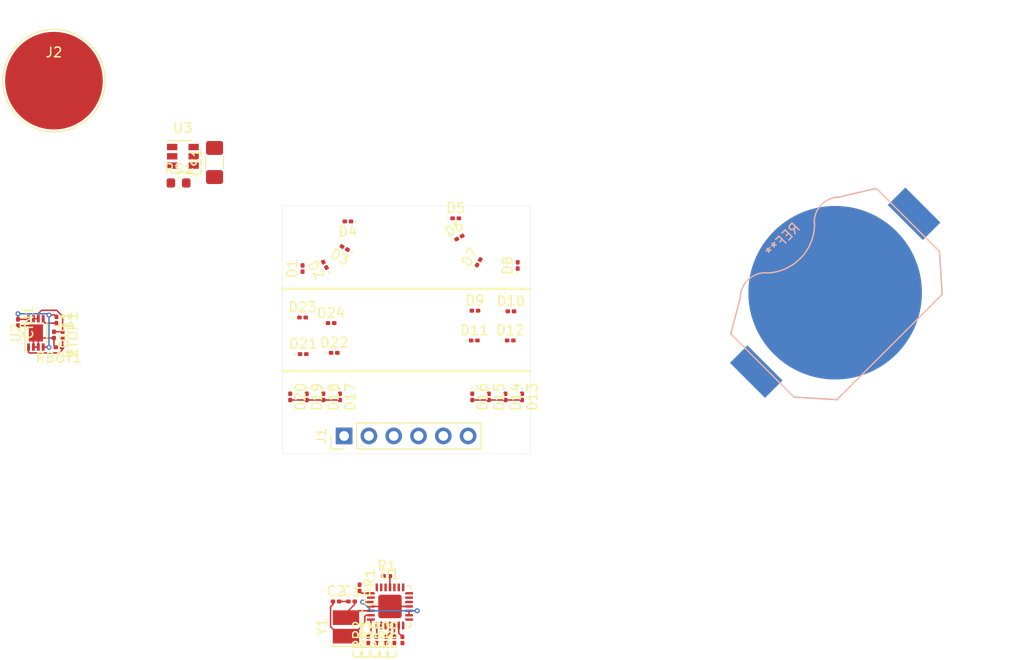
<source format=kicad_pcb>
(kicad_pcb (version 20171130) (host pcbnew 5.0.0)

  (general
    (thickness 0.16002)
    (drawings 11)
    (tracks 94)
    (zones 0)
    (modules 52)
    (nets 37)
  )

  (page A4)
  (layers
    (0 F.Cu signal)
    (31 B.Cu signal)
    (32 B.Adhes user)
    (33 F.Adhes user)
    (34 B.Paste user)
    (35 F.Paste user)
    (36 B.SilkS user)
    (37 F.SilkS user)
    (38 B.Mask user)
    (39 F.Mask user)
    (40 Dwgs.User user)
    (41 Cmts.User user)
    (42 Eco1.User user)
    (43 Eco2.User user)
    (44 Edge.Cuts user)
    (45 Margin user)
    (46 B.CrtYd user)
    (47 F.CrtYd user)
    (48 B.Fab user)
    (49 F.Fab user hide)
  )

  (setup
    (last_trace_width 0.1524)
    (trace_clearance 0.1524)
    (zone_clearance 0.508)
    (zone_45_only no)
    (trace_min 0.1524)
    (segment_width 0.2)
    (edge_width 0.2)
    (via_size 0.508)
    (via_drill 0.254)
    (via_min_size 0.508)
    (via_min_drill 0.254)
    (uvia_size 0.508)
    (uvia_drill 0.254)
    (uvias_allowed no)
    (uvia_min_size 0.2)
    (uvia_min_drill 0.1)
    (pcb_text_width 0.3)
    (pcb_text_size 1.5 1.5)
    (mod_edge_width 0.15)
    (mod_text_size 1 1)
    (mod_text_width 0.15)
    (pad_size 8 5.56)
    (pad_drill 0)
    (pad_to_mask_clearance 0.0508)
    (aux_axis_origin 0 0)
    (visible_elements FFFFFF7F)
    (pcbplotparams
      (layerselection 0x010fc_ffffffff)
      (usegerberextensions false)
      (usegerberattributes false)
      (usegerberadvancedattributes false)
      (creategerberjobfile false)
      (excludeedgelayer true)
      (linewidth 0.100000)
      (plotframeref false)
      (viasonmask false)
      (mode 1)
      (useauxorigin false)
      (hpglpennumber 1)
      (hpglpenspeed 20)
      (hpglpendiameter 15.000000)
      (psnegative false)
      (psa4output false)
      (plotreference true)
      (plotvalue true)
      (plotinvisibletext false)
      (padsonsilk false)
      (subtractmaskfromsilk false)
      (outputformat 1)
      (mirror false)
      (drillshape 1)
      (scaleselection 1)
      (outputdirectory ""))
  )

  (net 0 "")
  (net 1 "Net-(C1-Pad2)")
  (net 2 GND)
  (net 3 "Net-(C2-Pad1)")
  (net 4 "Net-(BT1-Pad1)")
  (net 5 +3V3)
  (net 6 "Net-(CS1-Pad1)")
  (net 7 "Net-(CS1-Pad2)")
  (net 8 "Net-(L1-Pad2)")
  (net 9 CP1)
  (net 10 CP2)
  (net 11 CP3)
  (net 12 CP4)
  (net 13 RESET)
  (net 14 CP5)
  (net 15 CP6)
  (net 16 "Net-(RBOT1-Pad1)")
  (net 17 "Net-(U1-Pad2)")
  (net 18 "Net-(U1-Pad9)")
  (net 19 CAPSENSE)
  (net 20 MISO)
  (net 21 SCK)
  (net 22 "Net-(U1-Pad19)")
  (net 23 "Net-(U1-Pad20)")
  (net 24 "Net-(U1-Pad21)")
  (net 25 "Net-(U1-Pad22)")
  (net 26 "Net-(U1-Pad23)")
  (net 27 "Net-(U1-Pad24)")
  (net 28 "Net-(U1-Pad26)")
  (net 29 "Net-(U1-Pad27)")
  (net 30 "Net-(U1-Pad28)")
  (net 31 "Net-(CPR1-Pad1)")
  (net 32 "Net-(CPR3-Pad1)")
  (net 33 "Net-(CPR4-Pad1)")
  (net 34 "Net-(CPR5-Pad1)")
  (net 35 "Net-(CPR6-Pad1)")
  (net 36 "Net-(J2-Pad1)")

  (net_class Default "This is the default net class."
    (clearance 0.1524)
    (trace_width 0.1524)
    (via_dia 0.508)
    (via_drill 0.254)
    (uvia_dia 0.508)
    (uvia_drill 0.254)
    (add_net +3V3)
    (add_net CAPSENSE)
    (add_net CP1)
    (add_net CP2)
    (add_net CP3)
    (add_net CP4)
    (add_net CP5)
    (add_net CP6)
    (add_net GND)
    (add_net MISO)
    (add_net "Net-(BT1-Pad1)")
    (add_net "Net-(C1-Pad2)")
    (add_net "Net-(C2-Pad1)")
    (add_net "Net-(CPR1-Pad1)")
    (add_net "Net-(CPR3-Pad1)")
    (add_net "Net-(CPR4-Pad1)")
    (add_net "Net-(CPR5-Pad1)")
    (add_net "Net-(CPR6-Pad1)")
    (add_net "Net-(CS1-Pad1)")
    (add_net "Net-(CS1-Pad2)")
    (add_net "Net-(J2-Pad1)")
    (add_net "Net-(L1-Pad2)")
    (add_net "Net-(RBOT1-Pad1)")
    (add_net "Net-(U1-Pad19)")
    (add_net "Net-(U1-Pad2)")
    (add_net "Net-(U1-Pad20)")
    (add_net "Net-(U1-Pad21)")
    (add_net "Net-(U1-Pad22)")
    (add_net "Net-(U1-Pad23)")
    (add_net "Net-(U1-Pad24)")
    (add_net "Net-(U1-Pad26)")
    (add_net "Net-(U1-Pad27)")
    (add_net "Net-(U1-Pad28)")
    (add_net "Net-(U1-Pad9)")
    (add_net RESET)
    (add_net SCK)
  )

  (module Resistor_SMD:R_0603_1608Metric (layer F.Cu) (tedit 5B301BBD) (tstamp 5BAA535C)
    (at 171.8945 112.7125)
    (descr "Resistor SMD 0603 (1608 Metric), square (rectangular) end terminal, IPC_7351 nominal, (Body size source: http://www.tortai-tech.com/upload/download/2011102023233369053.pdf), generated with kicad-footprint-generator")
    (tags resistor)
    (path /5BAB9902)
    (attr smd)
    (fp_text reference RS1 (at 0 -1.43) (layer F.SilkS)
      (effects (font (size 1 1) (thickness 0.15)))
    )
    (fp_text value 10K (at 0 1.43) (layer F.Fab)
      (effects (font (size 1 1) (thickness 0.15)))
    )
    (fp_text user %R (at 0 0) (layer F.Fab)
      (effects (font (size 0.4 0.4) (thickness 0.06)))
    )
    (fp_line (start 1.48 0.73) (end -1.48 0.73) (layer F.CrtYd) (width 0.05))
    (fp_line (start 1.48 -0.73) (end 1.48 0.73) (layer F.CrtYd) (width 0.05))
    (fp_line (start -1.48 -0.73) (end 1.48 -0.73) (layer F.CrtYd) (width 0.05))
    (fp_line (start -1.48 0.73) (end -1.48 -0.73) (layer F.CrtYd) (width 0.05))
    (fp_line (start -0.162779 0.51) (end 0.162779 0.51) (layer F.SilkS) (width 0.12))
    (fp_line (start -0.162779 -0.51) (end 0.162779 -0.51) (layer F.SilkS) (width 0.12))
    (fp_line (start 0.8 0.4) (end -0.8 0.4) (layer F.Fab) (width 0.1))
    (fp_line (start 0.8 -0.4) (end 0.8 0.4) (layer F.Fab) (width 0.1))
    (fp_line (start -0.8 -0.4) (end 0.8 -0.4) (layer F.Fab) (width 0.1))
    (fp_line (start -0.8 0.4) (end -0.8 -0.4) (layer F.Fab) (width 0.1))
    (pad 2 smd roundrect (at 0.7875 0) (size 0.875 0.95) (layers F.Cu F.Paste F.Mask) (roundrect_rratio 0.25)
      (net 6 "Net-(CS1-Pad1)"))
    (pad 1 smd roundrect (at -0.7875 0) (size 0.875 0.95) (layers F.Cu F.Paste F.Mask) (roundrect_rratio 0.25)
      (net 36 "Net-(J2-Pad1)"))
    (model ${KISYS3DMOD}/Resistor_SMD.3dshapes/R_0603_1608Metric.wrl
      (at (xyz 0 0 0))
      (scale (xyz 1 1 1))
      (rotate (xyz 0 0 0))
    )
  )

  (module Capacitor_SMD:C_1206_3216Metric_Pad1.42x1.75mm_HandSolder (layer F.Cu) (tedit 5B301BBE) (tstamp 5BAA50C1)
    (at 175.5775 110.617 90)
    (descr "Capacitor SMD 1206 (3216 Metric), square (rectangular) end terminal, IPC_7351 nominal with elongated pad for handsoldering. (Body size source: http://www.tortai-tech.com/upload/download/2011102023233369053.pdf), generated with kicad-footprint-generator")
    (tags "capacitor handsolder")
    (path /5BAB9A9B)
    (attr smd)
    (fp_text reference CS1 (at 0 -1.82 90) (layer F.SilkS)
      (effects (font (size 1 1) (thickness 0.15)))
    )
    (fp_text value 22nF (at 0 1.82 90) (layer F.Fab)
      (effects (font (size 1 1) (thickness 0.15)))
    )
    (fp_text user %R (at 0 0 90) (layer F.Fab)
      (effects (font (size 0.8 0.8) (thickness 0.12)))
    )
    (fp_line (start 2.45 1.12) (end -2.45 1.12) (layer F.CrtYd) (width 0.05))
    (fp_line (start 2.45 -1.12) (end 2.45 1.12) (layer F.CrtYd) (width 0.05))
    (fp_line (start -2.45 -1.12) (end 2.45 -1.12) (layer F.CrtYd) (width 0.05))
    (fp_line (start -2.45 1.12) (end -2.45 -1.12) (layer F.CrtYd) (width 0.05))
    (fp_line (start -0.602064 0.91) (end 0.602064 0.91) (layer F.SilkS) (width 0.12))
    (fp_line (start -0.602064 -0.91) (end 0.602064 -0.91) (layer F.SilkS) (width 0.12))
    (fp_line (start 1.6 0.8) (end -1.6 0.8) (layer F.Fab) (width 0.1))
    (fp_line (start 1.6 -0.8) (end 1.6 0.8) (layer F.Fab) (width 0.1))
    (fp_line (start -1.6 -0.8) (end 1.6 -0.8) (layer F.Fab) (width 0.1))
    (fp_line (start -1.6 0.8) (end -1.6 -0.8) (layer F.Fab) (width 0.1))
    (pad 2 smd roundrect (at 1.4875 0 90) (size 1.425 1.75) (layers F.Cu F.Paste F.Mask) (roundrect_rratio 0.175439)
      (net 7 "Net-(CS1-Pad2)"))
    (pad 1 smd roundrect (at -1.4875 0 90) (size 1.425 1.75) (layers F.Cu F.Paste F.Mask) (roundrect_rratio 0.175439)
      (net 6 "Net-(CS1-Pad1)"))
    (model ${KISYS3DMOD}/Capacitor_SMD.3dshapes/C_1206_3216Metric.wrl
      (at (xyz 0 0 0))
      (scale (xyz 1 1 1))
      (rotate (xyz 0 0 0))
    )
  )

  (module CrystalSMD:Crystal_SMD_NX3225GD (layer F.Cu) (tedit 5BA0239D) (tstamp 5BAA53EC)
    (at 189.0395 158.1785 90)
    (descr "SMD Crystal SERIES SMD3225/4 http://www.txccrystal.com/images/pdf/7m-accuracy.pdf, 3.2x2.5mm^2 package")
    (tags "SMD SMT crystal")
    (path /5BAA1066)
    (attr smd)
    (fp_text reference Y1 (at 0 -2.45 90) (layer F.SilkS)
      (effects (font (size 1 1) (thickness 0.15)))
    )
    (fp_text value 8MHz (at 0 2.45 90) (layer F.Fab)
      (effects (font (size 1 1) (thickness 0.15)))
    )
    (fp_line (start 2.1 -1.7) (end -2.1 -1.7) (layer F.CrtYd) (width 0.05))
    (fp_line (start 2.1 1.7) (end 2.1 -1.7) (layer F.CrtYd) (width 0.05))
    (fp_line (start -2.1 1.7) (end 2.1 1.7) (layer F.CrtYd) (width 0.05))
    (fp_line (start -2.1 -1.7) (end -2.1 1.7) (layer F.CrtYd) (width 0.05))
    (fp_line (start -2 1.65) (end 2 1.65) (layer F.SilkS) (width 0.12))
    (fp_line (start -2 -1.65) (end -2 1.65) (layer F.SilkS) (width 0.12))
    (fp_line (start -1.6 0.25) (end -0.6 1.25) (layer F.Fab) (width 0.1))
    (fp_line (start 1.6 -1.25) (end -1.6 -1.25) (layer F.Fab) (width 0.1))
    (fp_line (start 1.6 1.25) (end 1.6 -1.25) (layer F.Fab) (width 0.1))
    (fp_line (start -1.6 1.25) (end 1.6 1.25) (layer F.Fab) (width 0.1))
    (fp_line (start -1.6 -1.25) (end -1.6 1.25) (layer F.Fab) (width 0.1))
    (fp_text user %R (at 0 0 90) (layer F.Fab)
      (effects (font (size 0.7 0.7) (thickness 0.105)))
    )
    (pad 2 smd rect (at 0.95 0 90) (size 1.5 2.7) (layers F.Cu F.Paste F.Mask)
      (net 1 "Net-(C1-Pad2)"))
    (pad 1 smd rect (at -0.95 0 90) (size 1.5 2.7) (layers F.Cu F.Paste F.Mask)
      (net 3 "Net-(C2-Pad1)"))
    (model ${KISYS3DMOD}/Crystal.3dshapes/Crystal_SMD_3225-4Pin_3.2x2.5mm.wrl
      (at (xyz 0 0 0))
      (scale (xyz 1 1 1))
      (rotate (xyz 0 0 0))
    )
  )

  (module MountingHole:MountingHole_2.2mm_M2_DIN965 locked (layer F.Cu) (tedit 5BA00D18) (tstamp 5BF18D5B)
    (at 205.486 138.049)
    (descr "Mounting Hole 2.2mm, no annular, M2, DIN965")
    (tags "mounting hole 2.2mm no annular m2 din965")
    (attr virtual)
    (fp_text reference hole (at 0 -0.635) (layer F.SilkS) hide
      (effects (font (size 1 1) (thickness 0.15)))
    )
    (fp_text value hole (at 0 2.9) (layer F.Fab) hide
      (effects (font (size 1 1) (thickness 0.15)))
    )
    (fp_circle (center 0 0) (end 2.15 0) (layer F.CrtYd) (width 0.05))
    (fp_circle (center 0 0) (end 1.9 0) (layer Cmts.User) (width 0.15))
    (fp_text user %R (at 0 0.635) (layer F.Fab) hide
      (effects (font (size 1 1) (thickness 0.15)))
    )
    (pad 1 np_thru_hole circle (at 0 0) (size 2.2 2.2) (drill 2.2) (layers *.Cu *.Mask))
  )

  (module MountingHole:MountingHole_2.2mm_M2_DIN965 locked (layer F.Cu) (tedit 5BA00D18) (tstamp 5BF18CEC)
    (at 184.912 117.475)
    (descr "Mounting Hole 2.2mm, no annular, M2, DIN965")
    (tags "mounting hole 2.2mm no annular m2 din965")
    (attr virtual)
    (fp_text reference hole (at 0 -0.635) (layer F.SilkS) hide
      (effects (font (size 1 1) (thickness 0.15)))
    )
    (fp_text value hole (at 0 2.9) (layer F.Fab) hide
      (effects (font (size 1 1) (thickness 0.15)))
    )
    (fp_text user %R (at 0 0.635) (layer F.Fab) hide
      (effects (font (size 1 1) (thickness 0.15)))
    )
    (fp_circle (center 0 0) (end 1.9 0) (layer Cmts.User) (width 0.15))
    (fp_circle (center 0 0) (end 2.15 0) (layer F.CrtYd) (width 0.05))
    (pad 1 np_thru_hole circle (at 0 0) (size 2.2 2.2) (drill 2.2) (layers *.Cu *.Mask))
  )

  (module MountingHole:MountingHole_2.2mm_M2_DIN965 locked (layer F.Cu) (tedit 5BA00DB3) (tstamp 5BF1762C)
    (at 184.912 138.049)
    (descr "Mounting Hole 2.2mm, no annular, M2, DIN965")
    (tags "mounting hole 2.2mm no annular m2 din965")
    (attr virtual)
    (fp_text reference hole (at 0.127 -0.889) (layer F.SilkS) hide
      (effects (font (size 1 1) (thickness 0.15)))
    )
    (fp_text value hole (at 0.127 0.889) (layer F.Fab) hide
      (effects (font (size 1 1) (thickness 0.15)))
    )
    (fp_text user %R (at 0.3 0) (layer F.Fab) hide
      (effects (font (size 1 1) (thickness 0.15)))
    )
    (fp_circle (center 0 0) (end 1.9 0) (layer Cmts.User) (width 0.15))
    (fp_circle (center 0 0) (end 2.15 0) (layer F.CrtYd) (width 0.05))
    (pad 1 np_thru_hole circle (at 0 0) (size 2.2 2.2) (drill 2.2) (layers *.Cu *.Mask))
  )

  (module BattHolder:BatteryHolder_LINX_BAT-HLD-001-SMT (layer B.Cu) (tedit 5BA00016) (tstamp 5BF15EDC)
    (at 239.141 123.952 45)
    (tags battery)
    (path /5BB46A7C)
    (fp_text reference BT1 (at 0 -5.08 45) (layer B.SilkS) hide
      (effects (font (size 1.72974 1.08712) (thickness 0.27178)) (justify mirror))
    )
    (fp_text value CR2032 (at 0 2.54 45) (layer B.SilkS) hide
      (effects (font (size 1.524 1.016) (thickness 0.254)) (justify mirror))
    )
    (fp_text user REF** (at 0.0254 -7.62 45) (layer B.SilkS)
      (effects (font (size 1 1) (thickness 0.15)) (justify mirror))
    )
    (fp_text user BatteryHolder_LINX_BAT-HLD-001-SMT (at 0 11.4554 45) (layer B.Fab)
      (effects (font (size 1 1) (thickness 0.15)) (justify mirror))
    )
    (fp_line (start -7.1755 -6.5405) (end -10.541 -4.572) (layer B.SilkS) (width 0.15))
    (fp_line (start 7.1755 -6.6675) (end 10.541 -4.572) (layer B.SilkS) (width 0.15))
    (fp_arc (start -5.4229 -4.6355) (end -3.5179 -6.4135) (angle -90) (layer B.SilkS) (width 0.15))
    (fp_arc (start 5.4102 -4.7625) (end 7.1882 -6.6675) (angle -90) (layer B.SilkS) (width 0.15))
    (fp_arc (start -0.0635 -10.033) (end -3.556 -6.4135) (angle -90) (layer B.SilkS) (width 0.15))
    (fp_line (start 7.62 7.874) (end 10.541 4.572) (layer B.SilkS) (width 0.15))
    (fp_line (start -10.541 4.572) (end -7.62 7.874) (layer B.SilkS) (width 0.15))
    (fp_line (start -7.62 7.874) (end 7.62 7.874) (layer B.SilkS) (width 0.15))
    (fp_line (start -10.541 -4.572) (end -10.541 4.572) (layer B.SilkS) (width 0.15))
    (fp_line (start 10.541 -4.572) (end 10.541 4.572) (layer B.SilkS) (width 0.15))
    (fp_circle (center 0 0) (end -10.16 0) (layer Dwgs.User) (width 0.15))
    (pad 2 smd circle (at 0 0 45) (size 17.78 17.78) (layers B.Cu B.Paste B.Mask)
      (net 2 GND))
    (pad 1 smd rect (at -11.430001 0 45) (size 2.54 5.08) (layers B.Cu B.Paste B.Mask)
      (net 4 "Net-(BT1-Pad1)"))
    (pad 1 smd rect (at 11.430001 0 45) (size 2.54 5.08) (layers B.Cu B.Paste B.Mask)
      (net 4 "Net-(BT1-Pad1)"))
  )

  (module CapSense:CapSense_MaskedPad_D10.0mm (layer F.Cu) (tedit 5B9FE378) (tstamp 5BDB5FB8)
    (at 159.131 102.235)
    (descr "SMD pad as test Point, diameter 4.0mm")
    (tags "test point SMD pad")
    (path /5BA0484D)
    (attr virtual)
    (fp_text reference J2 (at 0 -2.898) (layer F.SilkS)
      (effects (font (size 1 1) (thickness 0.15)))
    )
    (fp_text value SENSE_ELECTRODE (at 0 6.6802) (layer F.Fab)
      (effects (font (size 1 1) (thickness 0.15)))
    )
    (fp_text user %R (at 0 -2.9) (layer F.Fab)
      (effects (font (size 1 1) (thickness 0.15)))
    )
    (fp_circle (center 0 0) (end 5.5 0) (layer F.CrtYd) (width 0.05))
    (fp_circle (center 0 0) (end 5.25 0) (layer F.SilkS) (width 0.12))
    (pad 1 smd circle (at 0 0) (size 10 10) (layers F.Cu)
      (net 36 "Net-(J2-Pad1)"))
  )

  (module Connector_PinHeader_2.54mm:PinHeader_1x06_P2.54mm_Vertical (layer F.Cu) (tedit 59FED5CC) (tstamp 5BBA5CFA)
    (at 188.849 138.6205 90)
    (descr "Through hole straight pin header, 1x06, 2.54mm pitch, single row")
    (tags "Through hole pin header THT 1x06 2.54mm single row")
    (path /5BA062C9)
    (fp_text reference J1 (at 0 -2.33 90) (layer F.SilkS)
      (effects (font (size 1 1) (thickness 0.15)))
    )
    (fp_text value AVR-ISP-6 (at 0 15.03 90) (layer F.Fab)
      (effects (font (size 1 1) (thickness 0.15)))
    )
    (fp_line (start -0.635 -1.27) (end 1.27 -1.27) (layer F.Fab) (width 0.1))
    (fp_line (start 1.27 -1.27) (end 1.27 13.97) (layer F.Fab) (width 0.1))
    (fp_line (start 1.27 13.97) (end -1.27 13.97) (layer F.Fab) (width 0.1))
    (fp_line (start -1.27 13.97) (end -1.27 -0.635) (layer F.Fab) (width 0.1))
    (fp_line (start -1.27 -0.635) (end -0.635 -1.27) (layer F.Fab) (width 0.1))
    (fp_line (start -1.33 14.03) (end 1.33 14.03) (layer F.SilkS) (width 0.12))
    (fp_line (start -1.33 1.27) (end -1.33 14.03) (layer F.SilkS) (width 0.12))
    (fp_line (start 1.33 1.27) (end 1.33 14.03) (layer F.SilkS) (width 0.12))
    (fp_line (start -1.33 1.27) (end 1.33 1.27) (layer F.SilkS) (width 0.12))
    (fp_line (start -1.33 0) (end -1.33 -1.33) (layer F.SilkS) (width 0.12))
    (fp_line (start -1.33 -1.33) (end 0 -1.33) (layer F.SilkS) (width 0.12))
    (fp_line (start -1.8 -1.8) (end -1.8 14.5) (layer F.CrtYd) (width 0.05))
    (fp_line (start -1.8 14.5) (end 1.8 14.5) (layer F.CrtYd) (width 0.05))
    (fp_line (start 1.8 14.5) (end 1.8 -1.8) (layer F.CrtYd) (width 0.05))
    (fp_line (start 1.8 -1.8) (end -1.8 -1.8) (layer F.CrtYd) (width 0.05))
    (fp_text user %R (at 0 6.35 180) (layer F.Fab)
      (effects (font (size 1 1) (thickness 0.15)))
    )
    (pad 1 thru_hole rect (at 0 0 90) (size 1.7 1.7) (drill 1) (layers *.Cu *.Mask)
      (net 20 MISO))
    (pad 2 thru_hole oval (at 0 2.54 90) (size 1.7 1.7) (drill 1) (layers *.Cu *.Mask)
      (net 5 +3V3))
    (pad 3 thru_hole oval (at 0 5.08 90) (size 1.7 1.7) (drill 1) (layers *.Cu *.Mask)
      (net 21 SCK))
    (pad 4 thru_hole oval (at 0 7.62 90) (size 1.7 1.7) (drill 1) (layers *.Cu *.Mask)
      (net 15 CP6))
    (pad 5 thru_hole oval (at 0 10.16 90) (size 1.7 1.7) (drill 1) (layers *.Cu *.Mask)
      (net 13 RESET))
    (pad 6 thru_hole oval (at 0 12.7 90) (size 1.7 1.7) (drill 1) (layers *.Cu *.Mask)
      (net 2 GND))
    (model ${KISYS3DMOD}/Connector_PinHeader_2.54mm.3dshapes/PinHeader_1x06_P2.54mm_Vertical.wrl
      (at (xyz 0 0 0))
      (scale (xyz 1 1 1))
      (rotate (xyz 0 0 0))
    )
  )

  (module Resistor_SMD:R_0201_0603Metric (layer F.Cu) (tedit 5B301BBD) (tstamp 5BAEFAA1)
    (at 194.818 159.512 90)
    (descr "Resistor SMD 0201 (0603 Metric), square (rectangular) end terminal, IPC_7351 nominal, (Body size source: https://www.vishay.com/docs/20052/crcw0201e3.pdf), generated with kicad-footprint-generator")
    (tags resistor)
    (path /5BA300B7)
    (attr smd)
    (fp_text reference CPR6 (at 0 -1.05 90) (layer F.SilkS)
      (effects (font (size 1 1) (thickness 0.15)))
    )
    (fp_text value R (at 0 1.05 90) (layer F.Fab)
      (effects (font (size 1 1) (thickness 0.15)))
    )
    (fp_line (start -0.3 0.15) (end -0.3 -0.15) (layer F.Fab) (width 0.1))
    (fp_line (start -0.3 -0.15) (end 0.3 -0.15) (layer F.Fab) (width 0.1))
    (fp_line (start 0.3 -0.15) (end 0.3 0.15) (layer F.Fab) (width 0.1))
    (fp_line (start 0.3 0.15) (end -0.3 0.15) (layer F.Fab) (width 0.1))
    (fp_line (start -0.7 0.35) (end -0.7 -0.35) (layer F.CrtYd) (width 0.05))
    (fp_line (start -0.7 -0.35) (end 0.7 -0.35) (layer F.CrtYd) (width 0.05))
    (fp_line (start 0.7 -0.35) (end 0.7 0.35) (layer F.CrtYd) (width 0.05))
    (fp_line (start 0.7 0.35) (end -0.7 0.35) (layer F.CrtYd) (width 0.05))
    (fp_text user %R (at 0 -0.68 90) (layer F.Fab)
      (effects (font (size 0.25 0.25) (thickness 0.04)))
    )
    (pad "" smd roundrect (at -0.345 0 90) (size 0.318 0.36) (layers F.Paste) (roundrect_rratio 0.25))
    (pad "" smd roundrect (at 0.345 0 90) (size 0.318 0.36) (layers F.Paste) (roundrect_rratio 0.25))
    (pad 1 smd roundrect (at -0.32 0 90) (size 0.46 0.4) (layers F.Cu F.Mask) (roundrect_rratio 0.25)
      (net 35 "Net-(CPR6-Pad1)"))
    (pad 2 smd roundrect (at 0.32 0 90) (size 0.46 0.4) (layers F.Cu F.Mask) (roundrect_rratio 0.25)
      (net 15 CP6))
    (model ${KISYS3DMOD}/Resistor_SMD.3dshapes/R_0201_0603Metric.wrl
      (at (xyz 0 0 0))
      (scale (xyz 1 1 1))
      (rotate (xyz 0 0 0))
    )
  )

  (module Resistor_SMD:R_0201_0603Metric (layer F.Cu) (tedit 5B301BBD) (tstamp 5BAEFA90)
    (at 193.9925 159.512 90)
    (descr "Resistor SMD 0201 (0603 Metric), square (rectangular) end terminal, IPC_7351 nominal, (Body size source: https://www.vishay.com/docs/20052/crcw0201e3.pdf), generated with kicad-footprint-generator")
    (tags resistor)
    (path /5BA300B1)
    (attr smd)
    (fp_text reference CPR5 (at 0 -1.05 90) (layer F.SilkS)
      (effects (font (size 1 1) (thickness 0.15)))
    )
    (fp_text value R (at 0 1.05 90) (layer F.Fab)
      (effects (font (size 1 1) (thickness 0.15)))
    )
    (fp_line (start -0.3 0.15) (end -0.3 -0.15) (layer F.Fab) (width 0.1))
    (fp_line (start -0.3 -0.15) (end 0.3 -0.15) (layer F.Fab) (width 0.1))
    (fp_line (start 0.3 -0.15) (end 0.3 0.15) (layer F.Fab) (width 0.1))
    (fp_line (start 0.3 0.15) (end -0.3 0.15) (layer F.Fab) (width 0.1))
    (fp_line (start -0.7 0.35) (end -0.7 -0.35) (layer F.CrtYd) (width 0.05))
    (fp_line (start -0.7 -0.35) (end 0.7 -0.35) (layer F.CrtYd) (width 0.05))
    (fp_line (start 0.7 -0.35) (end 0.7 0.35) (layer F.CrtYd) (width 0.05))
    (fp_line (start 0.7 0.35) (end -0.7 0.35) (layer F.CrtYd) (width 0.05))
    (fp_text user %R (at 0 -0.68 90) (layer F.Fab)
      (effects (font (size 0.25 0.25) (thickness 0.04)))
    )
    (pad "" smd roundrect (at -0.345 0 90) (size 0.318 0.36) (layers F.Paste) (roundrect_rratio 0.25))
    (pad "" smd roundrect (at 0.345 0 90) (size 0.318 0.36) (layers F.Paste) (roundrect_rratio 0.25))
    (pad 1 smd roundrect (at -0.32 0 90) (size 0.46 0.4) (layers F.Cu F.Mask) (roundrect_rratio 0.25)
      (net 34 "Net-(CPR5-Pad1)"))
    (pad 2 smd roundrect (at 0.32 0 90) (size 0.46 0.4) (layers F.Cu F.Mask) (roundrect_rratio 0.25)
      (net 14 CP5))
    (model ${KISYS3DMOD}/Resistor_SMD.3dshapes/R_0201_0603Metric.wrl
      (at (xyz 0 0 0))
      (scale (xyz 1 1 1))
      (rotate (xyz 0 0 0))
    )
  )

  (module Resistor_SMD:R_0201_0603Metric (layer F.Cu) (tedit 5B301BBD) (tstamp 5BAEFA7F)
    (at 193.167 159.512 90)
    (descr "Resistor SMD 0201 (0603 Metric), square (rectangular) end terminal, IPC_7351 nominal, (Body size source: https://www.vishay.com/docs/20052/crcw0201e3.pdf), generated with kicad-footprint-generator")
    (tags resistor)
    (path /5BA300AB)
    (attr smd)
    (fp_text reference CPR4 (at 0 -1.05 90) (layer F.SilkS)
      (effects (font (size 1 1) (thickness 0.15)))
    )
    (fp_text value R (at 0 1.05 90) (layer F.Fab)
      (effects (font (size 1 1) (thickness 0.15)))
    )
    (fp_text user %R (at 0 -0.68 90) (layer F.Fab)
      (effects (font (size 0.25 0.25) (thickness 0.04)))
    )
    (fp_line (start 0.7 0.35) (end -0.7 0.35) (layer F.CrtYd) (width 0.05))
    (fp_line (start 0.7 -0.35) (end 0.7 0.35) (layer F.CrtYd) (width 0.05))
    (fp_line (start -0.7 -0.35) (end 0.7 -0.35) (layer F.CrtYd) (width 0.05))
    (fp_line (start -0.7 0.35) (end -0.7 -0.35) (layer F.CrtYd) (width 0.05))
    (fp_line (start 0.3 0.15) (end -0.3 0.15) (layer F.Fab) (width 0.1))
    (fp_line (start 0.3 -0.15) (end 0.3 0.15) (layer F.Fab) (width 0.1))
    (fp_line (start -0.3 -0.15) (end 0.3 -0.15) (layer F.Fab) (width 0.1))
    (fp_line (start -0.3 0.15) (end -0.3 -0.15) (layer F.Fab) (width 0.1))
    (pad 2 smd roundrect (at 0.32 0 90) (size 0.46 0.4) (layers F.Cu F.Mask) (roundrect_rratio 0.25)
      (net 12 CP4))
    (pad 1 smd roundrect (at -0.32 0 90) (size 0.46 0.4) (layers F.Cu F.Mask) (roundrect_rratio 0.25)
      (net 33 "Net-(CPR4-Pad1)"))
    (pad "" smd roundrect (at 0.345 0 90) (size 0.318 0.36) (layers F.Paste) (roundrect_rratio 0.25))
    (pad "" smd roundrect (at -0.345 0 90) (size 0.318 0.36) (layers F.Paste) (roundrect_rratio 0.25))
    (model ${KISYS3DMOD}/Resistor_SMD.3dshapes/R_0201_0603Metric.wrl
      (at (xyz 0 0 0))
      (scale (xyz 1 1 1))
      (rotate (xyz 0 0 0))
    )
  )

  (module Resistor_SMD:R_0201_0603Metric (layer F.Cu) (tedit 5B301BBD) (tstamp 5BAEFA6E)
    (at 192.151 159.512 90)
    (descr "Resistor SMD 0201 (0603 Metric), square (rectangular) end terminal, IPC_7351 nominal, (Body size source: https://www.vishay.com/docs/20052/crcw0201e3.pdf), generated with kicad-footprint-generator")
    (tags resistor)
    (path /5BA300A5)
    (attr smd)
    (fp_text reference CPR3 (at 0 -1.05 90) (layer F.SilkS)
      (effects (font (size 1 1) (thickness 0.15)))
    )
    (fp_text value R (at 0 1.05 90) (layer F.Fab)
      (effects (font (size 1 1) (thickness 0.15)))
    )
    (fp_text user %R (at 0 -0.68 90) (layer F.Fab)
      (effects (font (size 0.25 0.25) (thickness 0.04)))
    )
    (fp_line (start 0.7 0.35) (end -0.7 0.35) (layer F.CrtYd) (width 0.05))
    (fp_line (start 0.7 -0.35) (end 0.7 0.35) (layer F.CrtYd) (width 0.05))
    (fp_line (start -0.7 -0.35) (end 0.7 -0.35) (layer F.CrtYd) (width 0.05))
    (fp_line (start -0.7 0.35) (end -0.7 -0.35) (layer F.CrtYd) (width 0.05))
    (fp_line (start 0.3 0.15) (end -0.3 0.15) (layer F.Fab) (width 0.1))
    (fp_line (start 0.3 -0.15) (end 0.3 0.15) (layer F.Fab) (width 0.1))
    (fp_line (start -0.3 -0.15) (end 0.3 -0.15) (layer F.Fab) (width 0.1))
    (fp_line (start -0.3 0.15) (end -0.3 -0.15) (layer F.Fab) (width 0.1))
    (pad 2 smd roundrect (at 0.32 0 90) (size 0.46 0.4) (layers F.Cu F.Mask) (roundrect_rratio 0.25)
      (net 11 CP3))
    (pad 1 smd roundrect (at -0.32 0 90) (size 0.46 0.4) (layers F.Cu F.Mask) (roundrect_rratio 0.25)
      (net 32 "Net-(CPR3-Pad1)"))
    (pad "" smd roundrect (at 0.345 0 90) (size 0.318 0.36) (layers F.Paste) (roundrect_rratio 0.25))
    (pad "" smd roundrect (at -0.345 0 90) (size 0.318 0.36) (layers F.Paste) (roundrect_rratio 0.25))
    (model ${KISYS3DMOD}/Resistor_SMD.3dshapes/R_0201_0603Metric.wrl
      (at (xyz 0 0 0))
      (scale (xyz 1 1 1))
      (rotate (xyz 0 0 0))
    )
  )

  (module Resistor_SMD:R_0201_0603Metric (layer F.Cu) (tedit 5B301BBD) (tstamp 5BAEFA5D)
    (at 191.3255 159.512 90)
    (descr "Resistor SMD 0201 (0603 Metric), square (rectangular) end terminal, IPC_7351 nominal, (Body size source: https://www.vishay.com/docs/20052/crcw0201e3.pdf), generated with kicad-footprint-generator")
    (tags resistor)
    (path /5BA3009F)
    (attr smd)
    (fp_text reference CPR2 (at 0 -1.05 90) (layer F.SilkS)
      (effects (font (size 1 1) (thickness 0.15)))
    )
    (fp_text value R (at 0 1.05 90) (layer F.Fab)
      (effects (font (size 1 1) (thickness 0.15)))
    )
    (fp_text user %R (at 0 -0.68 90) (layer F.Fab)
      (effects (font (size 0.25 0.25) (thickness 0.04)))
    )
    (fp_line (start 0.7 0.35) (end -0.7 0.35) (layer F.CrtYd) (width 0.05))
    (fp_line (start 0.7 -0.35) (end 0.7 0.35) (layer F.CrtYd) (width 0.05))
    (fp_line (start -0.7 -0.35) (end 0.7 -0.35) (layer F.CrtYd) (width 0.05))
    (fp_line (start -0.7 0.35) (end -0.7 -0.35) (layer F.CrtYd) (width 0.05))
    (fp_line (start 0.3 0.15) (end -0.3 0.15) (layer F.Fab) (width 0.1))
    (fp_line (start 0.3 -0.15) (end 0.3 0.15) (layer F.Fab) (width 0.1))
    (fp_line (start -0.3 -0.15) (end 0.3 -0.15) (layer F.Fab) (width 0.1))
    (fp_line (start -0.3 0.15) (end -0.3 -0.15) (layer F.Fab) (width 0.1))
    (pad 2 smd roundrect (at 0.32 0 90) (size 0.46 0.4) (layers F.Cu F.Mask) (roundrect_rratio 0.25)
      (net 10 CP2))
    (pad 1 smd roundrect (at -0.32 0 90) (size 0.46 0.4) (layers F.Cu F.Mask) (roundrect_rratio 0.25)
      (net 31 "Net-(CPR1-Pad1)"))
    (pad "" smd roundrect (at 0.345 0 90) (size 0.318 0.36) (layers F.Paste) (roundrect_rratio 0.25))
    (pad "" smd roundrect (at -0.345 0 90) (size 0.318 0.36) (layers F.Paste) (roundrect_rratio 0.25))
    (model ${KISYS3DMOD}/Resistor_SMD.3dshapes/R_0201_0603Metric.wrl
      (at (xyz 0 0 0))
      (scale (xyz 1 1 1))
      (rotate (xyz 0 0 0))
    )
  )

  (module Resistor_SMD:R_0201_0603Metric (layer F.Cu) (tedit 5B301BBD) (tstamp 5BAEFA4C)
    (at 190.4365 154.178 270)
    (descr "Resistor SMD 0201 (0603 Metric), square (rectangular) end terminal, IPC_7351 nominal, (Body size source: https://www.vishay.com/docs/20052/crcw0201e3.pdf), generated with kicad-footprint-generator")
    (tags resistor)
    (path /5BA30099)
    (attr smd)
    (fp_text reference CPR1 (at 0 -1.05 270) (layer F.SilkS)
      (effects (font (size 1 1) (thickness 0.15)))
    )
    (fp_text value R (at 0 1.05 270) (layer F.Fab)
      (effects (font (size 1 1) (thickness 0.15)))
    )
    (fp_line (start -0.3 0.15) (end -0.3 -0.15) (layer F.Fab) (width 0.1))
    (fp_line (start -0.3 -0.15) (end 0.3 -0.15) (layer F.Fab) (width 0.1))
    (fp_line (start 0.3 -0.15) (end 0.3 0.15) (layer F.Fab) (width 0.1))
    (fp_line (start 0.3 0.15) (end -0.3 0.15) (layer F.Fab) (width 0.1))
    (fp_line (start -0.7 0.35) (end -0.7 -0.35) (layer F.CrtYd) (width 0.05))
    (fp_line (start -0.7 -0.35) (end 0.7 -0.35) (layer F.CrtYd) (width 0.05))
    (fp_line (start 0.7 -0.35) (end 0.7 0.35) (layer F.CrtYd) (width 0.05))
    (fp_line (start 0.7 0.35) (end -0.7 0.35) (layer F.CrtYd) (width 0.05))
    (fp_text user %R (at 0 -0.68 270) (layer F.Fab)
      (effects (font (size 0.25 0.25) (thickness 0.04)))
    )
    (pad "" smd roundrect (at -0.345 0 270) (size 0.318 0.36) (layers F.Paste) (roundrect_rratio 0.25))
    (pad "" smd roundrect (at 0.345 0 270) (size 0.318 0.36) (layers F.Paste) (roundrect_rratio 0.25))
    (pad 1 smd roundrect (at -0.32 0 270) (size 0.46 0.4) (layers F.Cu F.Mask) (roundrect_rratio 0.25)
      (net 31 "Net-(CPR1-Pad1)"))
    (pad 2 smd roundrect (at 0.32 0 270) (size 0.46 0.4) (layers F.Cu F.Mask) (roundrect_rratio 0.25)
      (net 9 CP1))
    (model ${KISYS3DMOD}/Resistor_SMD.3dshapes/R_0201_0603Metric.wrl
      (at (xyz 0 0 0))
      (scale (xyz 1 1 1))
      (rotate (xyz 0 0 0))
    )
  )

  (module Capacitor_SMD:C_0201_0603Metric (layer F.Cu) (tedit 5B301BBE) (tstamp 5BAA507D)
    (at 189.611 155.575)
    (descr "Capacitor SMD 0201 (0603 Metric), square (rectangular) end terminal, IPC_7351 nominal, (Body size source: https://www.vishay.com/docs/20052/crcw0201e3.pdf), generated with kicad-footprint-generator")
    (tags capacitor)
    (path /5BB1D762)
    (attr smd)
    (fp_text reference C1 (at 0 -1.05) (layer F.SilkS)
      (effects (font (size 1 1) (thickness 0.15)))
    )
    (fp_text value C (at 0 1.05) (layer F.Fab)
      (effects (font (size 1 1) (thickness 0.15)))
    )
    (fp_text user %R (at 0 -0.68) (layer F.Fab)
      (effects (font (size 0.25 0.25) (thickness 0.04)))
    )
    (fp_line (start 0.7 0.35) (end -0.7 0.35) (layer F.CrtYd) (width 0.05))
    (fp_line (start 0.7 -0.35) (end 0.7 0.35) (layer F.CrtYd) (width 0.05))
    (fp_line (start -0.7 -0.35) (end 0.7 -0.35) (layer F.CrtYd) (width 0.05))
    (fp_line (start -0.7 0.35) (end -0.7 -0.35) (layer F.CrtYd) (width 0.05))
    (fp_line (start 0.3 0.15) (end -0.3 0.15) (layer F.Fab) (width 0.1))
    (fp_line (start 0.3 -0.15) (end 0.3 0.15) (layer F.Fab) (width 0.1))
    (fp_line (start -0.3 -0.15) (end 0.3 -0.15) (layer F.Fab) (width 0.1))
    (fp_line (start -0.3 0.15) (end -0.3 -0.15) (layer F.Fab) (width 0.1))
    (pad 2 smd roundrect (at 0.32 0) (size 0.46 0.4) (layers F.Cu F.Mask) (roundrect_rratio 0.25)
      (net 1 "Net-(C1-Pad2)"))
    (pad 1 smd roundrect (at -0.32 0) (size 0.46 0.4) (layers F.Cu F.Mask) (roundrect_rratio 0.25)
      (net 2 GND))
    (pad "" smd roundrect (at 0.345 0) (size 0.318 0.36) (layers F.Paste) (roundrect_rratio 0.25))
    (pad "" smd roundrect (at -0.345 0) (size 0.318 0.36) (layers F.Paste) (roundrect_rratio 0.25))
    (model ${KISYS3DMOD}/Capacitor_SMD.3dshapes/C_0201_0603Metric.wrl
      (at (xyz 0 0 0))
      (scale (xyz 1 1 1))
      (rotate (xyz 0 0 0))
    )
  )

  (module Capacitor_SMD:C_0201_0603Metric (layer F.Cu) (tedit 5B301BBE) (tstamp 5BAA508E)
    (at 188.0235 155.575)
    (descr "Capacitor SMD 0201 (0603 Metric), square (rectangular) end terminal, IPC_7351 nominal, (Body size source: https://www.vishay.com/docs/20052/crcw0201e3.pdf), generated with kicad-footprint-generator")
    (tags capacitor)
    (path /5BB1D8E0)
    (attr smd)
    (fp_text reference C2 (at 0 -1.05) (layer F.SilkS)
      (effects (font (size 1 1) (thickness 0.15)))
    )
    (fp_text value C (at 0 1.05) (layer F.Fab)
      (effects (font (size 1 1) (thickness 0.15)))
    )
    (fp_line (start -0.3 0.15) (end -0.3 -0.15) (layer F.Fab) (width 0.1))
    (fp_line (start -0.3 -0.15) (end 0.3 -0.15) (layer F.Fab) (width 0.1))
    (fp_line (start 0.3 -0.15) (end 0.3 0.15) (layer F.Fab) (width 0.1))
    (fp_line (start 0.3 0.15) (end -0.3 0.15) (layer F.Fab) (width 0.1))
    (fp_line (start -0.7 0.35) (end -0.7 -0.35) (layer F.CrtYd) (width 0.05))
    (fp_line (start -0.7 -0.35) (end 0.7 -0.35) (layer F.CrtYd) (width 0.05))
    (fp_line (start 0.7 -0.35) (end 0.7 0.35) (layer F.CrtYd) (width 0.05))
    (fp_line (start 0.7 0.35) (end -0.7 0.35) (layer F.CrtYd) (width 0.05))
    (fp_text user %R (at 0 -0.68) (layer F.Fab)
      (effects (font (size 0.25 0.25) (thickness 0.04)))
    )
    (pad "" smd roundrect (at -0.345 0) (size 0.318 0.36) (layers F.Paste) (roundrect_rratio 0.25))
    (pad "" smd roundrect (at 0.345 0) (size 0.318 0.36) (layers F.Paste) (roundrect_rratio 0.25))
    (pad 1 smd roundrect (at -0.32 0) (size 0.46 0.4) (layers F.Cu F.Mask) (roundrect_rratio 0.25)
      (net 3 "Net-(C2-Pad1)"))
    (pad 2 smd roundrect (at 0.32 0) (size 0.46 0.4) (layers F.Cu F.Mask) (roundrect_rratio 0.25)
      (net 2 GND))
    (model ${KISYS3DMOD}/Capacitor_SMD.3dshapes/C_0201_0603Metric.wrl
      (at (xyz 0 0 0))
      (scale (xyz 1 1 1))
      (rotate (xyz 0 0 0))
    )
  )

  (module Capacitor_SMD:C_0201_0603Metric (layer F.Cu) (tedit 5B301BBE) (tstamp 5BAA509F)
    (at 155.448 127 270)
    (descr "Capacitor SMD 0201 (0603 Metric), square (rectangular) end terminal, IPC_7351 nominal, (Body size source: https://www.vishay.com/docs/20052/crcw0201e3.pdf), generated with kicad-footprint-generator")
    (tags capacitor)
    (path /5BB41229)
    (attr smd)
    (fp_text reference CIN1 (at 0 -1.05 270) (layer F.SilkS)
      (effects (font (size 1 1) (thickness 0.15)))
    )
    (fp_text value 4.7uF (at 0 1.05 270) (layer F.Fab)
      (effects (font (size 1 1) (thickness 0.15)))
    )
    (fp_text user %R (at 0 -0.68 270) (layer F.Fab)
      (effects (font (size 0.25 0.25) (thickness 0.04)))
    )
    (fp_line (start 0.7 0.35) (end -0.7 0.35) (layer F.CrtYd) (width 0.05))
    (fp_line (start 0.7 -0.35) (end 0.7 0.35) (layer F.CrtYd) (width 0.05))
    (fp_line (start -0.7 -0.35) (end 0.7 -0.35) (layer F.CrtYd) (width 0.05))
    (fp_line (start -0.7 0.35) (end -0.7 -0.35) (layer F.CrtYd) (width 0.05))
    (fp_line (start 0.3 0.15) (end -0.3 0.15) (layer F.Fab) (width 0.1))
    (fp_line (start 0.3 -0.15) (end 0.3 0.15) (layer F.Fab) (width 0.1))
    (fp_line (start -0.3 -0.15) (end 0.3 -0.15) (layer F.Fab) (width 0.1))
    (fp_line (start -0.3 0.15) (end -0.3 -0.15) (layer F.Fab) (width 0.1))
    (pad 2 smd roundrect (at 0.32 0 270) (size 0.46 0.4) (layers F.Cu F.Mask) (roundrect_rratio 0.25)
      (net 2 GND))
    (pad 1 smd roundrect (at -0.32 0 270) (size 0.46 0.4) (layers F.Cu F.Mask) (roundrect_rratio 0.25)
      (net 4 "Net-(BT1-Pad1)"))
    (pad "" smd roundrect (at 0.345 0 270) (size 0.318 0.36) (layers F.Paste) (roundrect_rratio 0.25))
    (pad "" smd roundrect (at -0.345 0 270) (size 0.318 0.36) (layers F.Paste) (roundrect_rratio 0.25))
    (model ${KISYS3DMOD}/Capacitor_SMD.3dshapes/C_0201_0603Metric.wrl
      (at (xyz 0 0 0))
      (scale (xyz 1 1 1))
      (rotate (xyz 0 0 0))
    )
  )

  (module Capacitor_SMD:C_0201_0603Metric (layer F.Cu) (tedit 5B301BBE) (tstamp 5BAA50B0)
    (at 159.131 128.27 270)
    (descr "Capacitor SMD 0201 (0603 Metric), square (rectangular) end terminal, IPC_7351 nominal, (Body size source: https://www.vishay.com/docs/20052/crcw0201e3.pdf), generated with kicad-footprint-generator")
    (tags capacitor)
    (path /5BB6C695)
    (attr smd)
    (fp_text reference COUT1 (at 0 -1.05 270) (layer F.SilkS)
      (effects (font (size 1 1) (thickness 0.15)))
    )
    (fp_text value 10uF (at 0 1.05 270) (layer F.Fab)
      (effects (font (size 1 1) (thickness 0.15)))
    )
    (fp_text user %R (at 0 -0.68 270) (layer F.Fab)
      (effects (font (size 0.25 0.25) (thickness 0.04)))
    )
    (fp_line (start 0.7 0.35) (end -0.7 0.35) (layer F.CrtYd) (width 0.05))
    (fp_line (start 0.7 -0.35) (end 0.7 0.35) (layer F.CrtYd) (width 0.05))
    (fp_line (start -0.7 -0.35) (end 0.7 -0.35) (layer F.CrtYd) (width 0.05))
    (fp_line (start -0.7 0.35) (end -0.7 -0.35) (layer F.CrtYd) (width 0.05))
    (fp_line (start 0.3 0.15) (end -0.3 0.15) (layer F.Fab) (width 0.1))
    (fp_line (start 0.3 -0.15) (end 0.3 0.15) (layer F.Fab) (width 0.1))
    (fp_line (start -0.3 -0.15) (end 0.3 -0.15) (layer F.Fab) (width 0.1))
    (fp_line (start -0.3 0.15) (end -0.3 -0.15) (layer F.Fab) (width 0.1))
    (pad 2 smd roundrect (at 0.32 0 270) (size 0.46 0.4) (layers F.Cu F.Mask) (roundrect_rratio 0.25)
      (net 2 GND))
    (pad 1 smd roundrect (at -0.32 0 270) (size 0.46 0.4) (layers F.Cu F.Mask) (roundrect_rratio 0.25)
      (net 5 +3V3))
    (pad "" smd roundrect (at 0.345 0 270) (size 0.318 0.36) (layers F.Paste) (roundrect_rratio 0.25))
    (pad "" smd roundrect (at -0.345 0 270) (size 0.318 0.36) (layers F.Paste) (roundrect_rratio 0.25))
    (model ${KISYS3DMOD}/Capacitor_SMD.3dshapes/C_0201_0603Metric.wrl
      (at (xyz 0 0 0))
      (scale (xyz 1 1 1))
      (rotate (xyz 0 0 0))
    )
  )

  (module LED_SMD:LED_0201_0603Metric (layer F.Cu) (tedit 5B301BBE) (tstamp 5BAA50E6)
    (at 184.5945 121.4755 90)
    (descr "LED SMD 0201 (0603 Metric), square (rectangular) end terminal, IPC_7351 nominal, (Body size source: https://www.vishay.com/docs/20052/crcw0201e3.pdf), generated with kicad-footprint-generator")
    (tags LED)
    (path /5BA30009)
    (attr smd)
    (fp_text reference D1 (at 0 -1.05 90) (layer F.SilkS)
      (effects (font (size 1 1) (thickness 0.15)))
    )
    (fp_text value LED (at 0 1.05 90) (layer F.Fab)
      (effects (font (size 1 1) (thickness 0.15)))
    )
    (fp_circle (center -0.86 0) (end -0.81 0) (layer F.SilkS) (width 0.1))
    (fp_line (start -0.3 0.15) (end -0.3 -0.15) (layer F.Fab) (width 0.1))
    (fp_line (start -0.3 -0.15) (end 0.3 -0.15) (layer F.Fab) (width 0.1))
    (fp_line (start 0.3 -0.15) (end 0.3 0.15) (layer F.Fab) (width 0.1))
    (fp_line (start 0.3 0.15) (end -0.3 0.15) (layer F.Fab) (width 0.1))
    (fp_line (start -0.2 0.15) (end -0.2 -0.15) (layer F.Fab) (width 0.1))
    (fp_line (start -0.1 0.15) (end -0.1 -0.15) (layer F.Fab) (width 0.1))
    (fp_line (start -0.7 0.35) (end -0.7 -0.35) (layer F.CrtYd) (width 0.05))
    (fp_line (start -0.7 -0.35) (end 0.7 -0.35) (layer F.CrtYd) (width 0.05))
    (fp_line (start 0.7 -0.35) (end 0.7 0.35) (layer F.CrtYd) (width 0.05))
    (fp_line (start 0.7 0.35) (end -0.7 0.35) (layer F.CrtYd) (width 0.05))
    (fp_text user %R (at 0 -0.68 90) (layer F.Fab)
      (effects (font (size 0.25 0.25) (thickness 0.04)))
    )
    (pad "" smd roundrect (at -0.345 0 90) (size 0.318 0.36) (layers F.Paste) (roundrect_rratio 0.25))
    (pad "" smd roundrect (at 0.345 0 90) (size 0.318 0.36) (layers F.Paste) (roundrect_rratio 0.25))
    (pad 1 smd roundrect (at -0.32 0 90) (size 0.46 0.4) (layers F.Cu F.Mask) (roundrect_rratio 0.25)
      (net 35 "Net-(CPR6-Pad1)"))
    (pad 2 smd roundrect (at 0.32 0 90) (size 0.46 0.4) (layers F.Cu F.Mask) (roundrect_rratio 0.25)
      (net 31 "Net-(CPR1-Pad1)"))
    (model ${KISYS3DMOD}/LED_SMD.3dshapes/LED_0201_0603Metric.wrl
      (at (xyz 0 0 0))
      (scale (xyz 1 1 1))
      (rotate (xyz 0 0 0))
    )
  )

  (module LED_SMD:LED_0201_0603Metric (layer F.Cu) (tedit 5B301BBE) (tstamp 5BAA50FA)
    (at 186.8805 121.0945 120)
    (descr "LED SMD 0201 (0603 Metric), square (rectangular) end terminal, IPC_7351 nominal, (Body size source: https://www.vishay.com/docs/20052/crcw0201e3.pdf), generated with kicad-footprint-generator")
    (tags LED)
    (path /5BA3002D)
    (attr smd)
    (fp_text reference D2 (at 0 -1.05 120) (layer F.SilkS)
      (effects (font (size 1 1) (thickness 0.15)))
    )
    (fp_text value LED (at 0 1.05 120) (layer F.Fab)
      (effects (font (size 1 1) (thickness 0.15)))
    )
    (fp_circle (center -0.86 0) (end -0.81 0) (layer F.SilkS) (width 0.1))
    (fp_line (start -0.3 0.15) (end -0.3 -0.15) (layer F.Fab) (width 0.1))
    (fp_line (start -0.3 -0.15) (end 0.3 -0.15) (layer F.Fab) (width 0.1))
    (fp_line (start 0.3 -0.15) (end 0.3 0.15) (layer F.Fab) (width 0.1))
    (fp_line (start 0.3 0.15) (end -0.3 0.15) (layer F.Fab) (width 0.1))
    (fp_line (start -0.2 0.15) (end -0.2 -0.15) (layer F.Fab) (width 0.1))
    (fp_line (start -0.1 0.15) (end -0.1 -0.15) (layer F.Fab) (width 0.1))
    (fp_line (start -0.7 0.35) (end -0.7 -0.35) (layer F.CrtYd) (width 0.05))
    (fp_line (start -0.7 -0.35) (end 0.7 -0.35) (layer F.CrtYd) (width 0.05))
    (fp_line (start 0.7 -0.35) (end 0.7 0.35) (layer F.CrtYd) (width 0.05))
    (fp_line (start 0.7 0.35) (end -0.7 0.35) (layer F.CrtYd) (width 0.05))
    (fp_text user %R (at 0 -0.68 120) (layer F.Fab)
      (effects (font (size 0.25 0.25) (thickness 0.04)))
    )
    (pad "" smd roundrect (at -0.345 0 120) (size 0.318 0.36) (layers F.Paste) (roundrect_rratio 0.25))
    (pad "" smd roundrect (at 0.345 0 120) (size 0.318 0.36) (layers F.Paste) (roundrect_rratio 0.25))
    (pad 1 smd roundrect (at -0.32 0 120) (size 0.46 0.4) (layers F.Cu F.Mask) (roundrect_rratio 0.25)
      (net 34 "Net-(CPR5-Pad1)"))
    (pad 2 smd roundrect (at 0.32 0 120) (size 0.46 0.4) (layers F.Cu F.Mask) (roundrect_rratio 0.25)
      (net 31 "Net-(CPR1-Pad1)"))
    (model ${KISYS3DMOD}/LED_SMD.3dshapes/LED_0201_0603Metric.wrl
      (at (xyz 0 0 0))
      (scale (xyz 1 1 1))
      (rotate (xyz 0 0 0))
    )
  )

  (module LED_SMD:LED_0201_0603Metric (layer F.Cu) (tedit 5B301BBE) (tstamp 5BAA510E)
    (at 188.9125 119.38 150)
    (descr "LED SMD 0201 (0603 Metric), square (rectangular) end terminal, IPC_7351 nominal, (Body size source: https://www.vishay.com/docs/20052/crcw0201e3.pdf), generated with kicad-footprint-generator")
    (tags LED)
    (path /5BA30033)
    (attr smd)
    (fp_text reference D3 (at 0 -1.05 150) (layer F.SilkS)
      (effects (font (size 1 1) (thickness 0.15)))
    )
    (fp_text value LED (at 0 1.05 150) (layer F.Fab)
      (effects (font (size 1 1) (thickness 0.15)))
    )
    (fp_text user %R (at 0 -0.68 150) (layer F.Fab)
      (effects (font (size 0.25 0.25) (thickness 0.04)))
    )
    (fp_line (start 0.7 0.35) (end -0.7 0.35) (layer F.CrtYd) (width 0.05))
    (fp_line (start 0.7 -0.35) (end 0.7 0.35) (layer F.CrtYd) (width 0.05))
    (fp_line (start -0.7 -0.35) (end 0.7 -0.35) (layer F.CrtYd) (width 0.05))
    (fp_line (start -0.7 0.35) (end -0.7 -0.35) (layer F.CrtYd) (width 0.05))
    (fp_line (start -0.1 0.15) (end -0.1 -0.15) (layer F.Fab) (width 0.1))
    (fp_line (start -0.2 0.15) (end -0.2 -0.15) (layer F.Fab) (width 0.1))
    (fp_line (start 0.3 0.15) (end -0.3 0.15) (layer F.Fab) (width 0.1))
    (fp_line (start 0.3 -0.15) (end 0.3 0.15) (layer F.Fab) (width 0.1))
    (fp_line (start -0.3 -0.15) (end 0.3 -0.15) (layer F.Fab) (width 0.1))
    (fp_line (start -0.3 0.15) (end -0.3 -0.15) (layer F.Fab) (width 0.1))
    (fp_circle (center -0.86 0) (end -0.81 0) (layer F.SilkS) (width 0.1))
    (pad 2 smd roundrect (at 0.32 0 150) (size 0.46 0.4) (layers F.Cu F.Mask) (roundrect_rratio 0.25)
      (net 31 "Net-(CPR1-Pad1)"))
    (pad 1 smd roundrect (at -0.32 0 150) (size 0.46 0.4) (layers F.Cu F.Mask) (roundrect_rratio 0.25)
      (net 33 "Net-(CPR4-Pad1)"))
    (pad "" smd roundrect (at 0.345 0 150) (size 0.318 0.36) (layers F.Paste) (roundrect_rratio 0.25))
    (pad "" smd roundrect (at -0.345 0 150) (size 0.318 0.36) (layers F.Paste) (roundrect_rratio 0.25))
    (model ${KISYS3DMOD}/LED_SMD.3dshapes/LED_0201_0603Metric.wrl
      (at (xyz 0 0 0))
      (scale (xyz 1 1 1))
      (rotate (xyz 0 0 0))
    )
  )

  (module LED_SMD:LED_0201_0603Metric (layer F.Cu) (tedit 5B301BBE) (tstamp 5BAA5122)
    (at 189.23 116.6495 180)
    (descr "LED SMD 0201 (0603 Metric), square (rectangular) end terminal, IPC_7351 nominal, (Body size source: https://www.vishay.com/docs/20052/crcw0201e3.pdf), generated with kicad-footprint-generator")
    (tags LED)
    (path /5BA30039)
    (attr smd)
    (fp_text reference D4 (at 0 -1.05 180) (layer F.SilkS)
      (effects (font (size 1 1) (thickness 0.15)))
    )
    (fp_text value LED (at 0 1.05 180) (layer F.Fab)
      (effects (font (size 1 1) (thickness 0.15)))
    )
    (fp_circle (center -0.86 0) (end -0.81 0) (layer F.SilkS) (width 0.1))
    (fp_line (start -0.3 0.15) (end -0.3 -0.15) (layer F.Fab) (width 0.1))
    (fp_line (start -0.3 -0.15) (end 0.3 -0.15) (layer F.Fab) (width 0.1))
    (fp_line (start 0.3 -0.15) (end 0.3 0.15) (layer F.Fab) (width 0.1))
    (fp_line (start 0.3 0.15) (end -0.3 0.15) (layer F.Fab) (width 0.1))
    (fp_line (start -0.2 0.15) (end -0.2 -0.15) (layer F.Fab) (width 0.1))
    (fp_line (start -0.1 0.15) (end -0.1 -0.15) (layer F.Fab) (width 0.1))
    (fp_line (start -0.7 0.35) (end -0.7 -0.35) (layer F.CrtYd) (width 0.05))
    (fp_line (start -0.7 -0.35) (end 0.7 -0.35) (layer F.CrtYd) (width 0.05))
    (fp_line (start 0.7 -0.35) (end 0.7 0.35) (layer F.CrtYd) (width 0.05))
    (fp_line (start 0.7 0.35) (end -0.7 0.35) (layer F.CrtYd) (width 0.05))
    (fp_text user %R (at 0 -0.68 180) (layer F.Fab)
      (effects (font (size 0.25 0.25) (thickness 0.04)))
    )
    (pad "" smd roundrect (at -0.345 0 180) (size 0.318 0.36) (layers F.Paste) (roundrect_rratio 0.25))
    (pad "" smd roundrect (at 0.345 0 180) (size 0.318 0.36) (layers F.Paste) (roundrect_rratio 0.25))
    (pad 1 smd roundrect (at -0.32 0 180) (size 0.46 0.4) (layers F.Cu F.Mask) (roundrect_rratio 0.25)
      (net 32 "Net-(CPR3-Pad1)"))
    (pad 2 smd roundrect (at 0.32 0 180) (size 0.46 0.4) (layers F.Cu F.Mask) (roundrect_rratio 0.25)
      (net 31 "Net-(CPR1-Pad1)"))
    (model ${KISYS3DMOD}/LED_SMD.3dshapes/LED_0201_0603Metric.wrl
      (at (xyz 0 0 0))
      (scale (xyz 1 1 1))
      (rotate (xyz 0 0 0))
    )
  )

  (module LED_SMD:LED_0201_0603Metric (layer F.Cu) (tedit 5B301BBE) (tstamp 5BAA5136)
    (at 200.279 116.332)
    (descr "LED SMD 0201 (0603 Metric), square (rectangular) end terminal, IPC_7351 nominal, (Body size source: https://www.vishay.com/docs/20052/crcw0201e3.pdf), generated with kicad-footprint-generator")
    (tags LED)
    (path /5BA3000F)
    (attr smd)
    (fp_text reference D5 (at 0 -1.05) (layer F.SilkS)
      (effects (font (size 1 1) (thickness 0.15)))
    )
    (fp_text value LED (at 0 1.05) (layer F.Fab)
      (effects (font (size 1 1) (thickness 0.15)))
    )
    (fp_text user %R (at 0 -0.68) (layer F.Fab)
      (effects (font (size 0.25 0.25) (thickness 0.04)))
    )
    (fp_line (start 0.7 0.35) (end -0.7 0.35) (layer F.CrtYd) (width 0.05))
    (fp_line (start 0.7 -0.35) (end 0.7 0.35) (layer F.CrtYd) (width 0.05))
    (fp_line (start -0.7 -0.35) (end 0.7 -0.35) (layer F.CrtYd) (width 0.05))
    (fp_line (start -0.7 0.35) (end -0.7 -0.35) (layer F.CrtYd) (width 0.05))
    (fp_line (start -0.1 0.15) (end -0.1 -0.15) (layer F.Fab) (width 0.1))
    (fp_line (start -0.2 0.15) (end -0.2 -0.15) (layer F.Fab) (width 0.1))
    (fp_line (start 0.3 0.15) (end -0.3 0.15) (layer F.Fab) (width 0.1))
    (fp_line (start 0.3 -0.15) (end 0.3 0.15) (layer F.Fab) (width 0.1))
    (fp_line (start -0.3 -0.15) (end 0.3 -0.15) (layer F.Fab) (width 0.1))
    (fp_line (start -0.3 0.15) (end -0.3 -0.15) (layer F.Fab) (width 0.1))
    (fp_circle (center -0.86 0) (end -0.81 0) (layer F.SilkS) (width 0.1))
    (pad 2 smd roundrect (at 0.32 0) (size 0.46 0.4) (layers F.Cu F.Mask) (roundrect_rratio 0.25)
      (net 31 "Net-(CPR1-Pad1)"))
    (pad 1 smd roundrect (at -0.32 0) (size 0.46 0.4) (layers F.Cu F.Mask) (roundrect_rratio 0.25)
      (net 35 "Net-(CPR6-Pad1)"))
    (pad "" smd roundrect (at 0.345 0) (size 0.318 0.36) (layers F.Paste) (roundrect_rratio 0.25))
    (pad "" smd roundrect (at -0.345 0) (size 0.318 0.36) (layers F.Paste) (roundrect_rratio 0.25))
    (model ${KISYS3DMOD}/LED_SMD.3dshapes/LED_0201_0603Metric.wrl
      (at (xyz 0 0 0))
      (scale (xyz 1 1 1))
      (rotate (xyz 0 0 0))
    )
  )

  (module LED_SMD:LED_0201_0603Metric (layer F.Cu) (tedit 5B301BBE) (tstamp 5BAA514A)
    (at 200.66 118.3005 30)
    (descr "LED SMD 0201 (0603 Metric), square (rectangular) end terminal, IPC_7351 nominal, (Body size source: https://www.vishay.com/docs/20052/crcw0201e3.pdf), generated with kicad-footprint-generator")
    (tags LED)
    (path /5BA3003F)
    (attr smd)
    (fp_text reference D6 (at 0 -1.05 30) (layer F.SilkS)
      (effects (font (size 1 1) (thickness 0.15)))
    )
    (fp_text value LED (at 0 1.05 30) (layer F.Fab)
      (effects (font (size 1 1) (thickness 0.15)))
    )
    (fp_text user %R (at 0 -0.68 30) (layer F.Fab)
      (effects (font (size 0.25 0.25) (thickness 0.04)))
    )
    (fp_line (start 0.7 0.35) (end -0.7 0.35) (layer F.CrtYd) (width 0.05))
    (fp_line (start 0.7 -0.35) (end 0.7 0.35) (layer F.CrtYd) (width 0.05))
    (fp_line (start -0.7 -0.35) (end 0.7 -0.35) (layer F.CrtYd) (width 0.05))
    (fp_line (start -0.7 0.35) (end -0.7 -0.35) (layer F.CrtYd) (width 0.05))
    (fp_line (start -0.1 0.15) (end -0.1 -0.15) (layer F.Fab) (width 0.1))
    (fp_line (start -0.2 0.15) (end -0.2 -0.15) (layer F.Fab) (width 0.1))
    (fp_line (start 0.3 0.15) (end -0.3 0.15) (layer F.Fab) (width 0.1))
    (fp_line (start 0.3 -0.15) (end 0.3 0.15) (layer F.Fab) (width 0.1))
    (fp_line (start -0.3 -0.15) (end 0.3 -0.15) (layer F.Fab) (width 0.1))
    (fp_line (start -0.3 0.15) (end -0.3 -0.15) (layer F.Fab) (width 0.1))
    (fp_circle (center -0.86 0) (end -0.81 0) (layer F.SilkS) (width 0.1))
    (pad 2 smd roundrect (at 0.32 0 30) (size 0.46 0.4) (layers F.Cu F.Mask) (roundrect_rratio 0.25)
      (net 31 "Net-(CPR1-Pad1)"))
    (pad 1 smd roundrect (at -0.32 0 30) (size 0.46 0.4) (layers F.Cu F.Mask) (roundrect_rratio 0.25)
      (net 34 "Net-(CPR5-Pad1)"))
    (pad "" smd roundrect (at 0.345 0 30) (size 0.318 0.36) (layers F.Paste) (roundrect_rratio 0.25))
    (pad "" smd roundrect (at -0.345 0 30) (size 0.318 0.36) (layers F.Paste) (roundrect_rratio 0.25))
    (model ${KISYS3DMOD}/LED_SMD.3dshapes/LED_0201_0603Metric.wrl
      (at (xyz 0 0 0))
      (scale (xyz 1 1 1))
      (rotate (xyz 0 0 0))
    )
  )

  (module LED_SMD:LED_0201_0603Metric (layer F.Cu) (tedit 5B301BBE) (tstamp 5BAA515E)
    (at 202.6285 120.8405 60)
    (descr "LED SMD 0201 (0603 Metric), square (rectangular) end terminal, IPC_7351 nominal, (Body size source: https://www.vishay.com/docs/20052/crcw0201e3.pdf), generated with kicad-footprint-generator")
    (tags LED)
    (path /5BA3005D)
    (attr smd)
    (fp_text reference D7 (at 0 -1.05 60) (layer F.SilkS)
      (effects (font (size 1 1) (thickness 0.15)))
    )
    (fp_text value LED (at 0 1.05 60) (layer F.Fab)
      (effects (font (size 1 1) (thickness 0.15)))
    )
    (fp_circle (center -0.86 0) (end -0.81 0) (layer F.SilkS) (width 0.1))
    (fp_line (start -0.3 0.15) (end -0.3 -0.15) (layer F.Fab) (width 0.1))
    (fp_line (start -0.3 -0.15) (end 0.3 -0.15) (layer F.Fab) (width 0.1))
    (fp_line (start 0.3 -0.15) (end 0.3 0.15) (layer F.Fab) (width 0.1))
    (fp_line (start 0.3 0.15) (end -0.3 0.15) (layer F.Fab) (width 0.1))
    (fp_line (start -0.2 0.15) (end -0.2 -0.15) (layer F.Fab) (width 0.1))
    (fp_line (start -0.1 0.15) (end -0.1 -0.15) (layer F.Fab) (width 0.1))
    (fp_line (start -0.7 0.35) (end -0.7 -0.35) (layer F.CrtYd) (width 0.05))
    (fp_line (start -0.7 -0.35) (end 0.7 -0.35) (layer F.CrtYd) (width 0.05))
    (fp_line (start 0.7 -0.35) (end 0.7 0.35) (layer F.CrtYd) (width 0.05))
    (fp_line (start 0.7 0.35) (end -0.7 0.35) (layer F.CrtYd) (width 0.05))
    (fp_text user %R (at 0 -0.68 60) (layer F.Fab)
      (effects (font (size 0.25 0.25) (thickness 0.04)))
    )
    (pad "" smd roundrect (at -0.345 0 60) (size 0.318 0.36) (layers F.Paste) (roundrect_rratio 0.25))
    (pad "" smd roundrect (at 0.345 0 60) (size 0.318 0.36) (layers F.Paste) (roundrect_rratio 0.25))
    (pad 1 smd roundrect (at -0.32 0 60) (size 0.46 0.4) (layers F.Cu F.Mask) (roundrect_rratio 0.25)
      (net 33 "Net-(CPR4-Pad1)"))
    (pad 2 smd roundrect (at 0.32 0 60) (size 0.46 0.4) (layers F.Cu F.Mask) (roundrect_rratio 0.25)
      (net 31 "Net-(CPR1-Pad1)"))
    (model ${KISYS3DMOD}/LED_SMD.3dshapes/LED_0201_0603Metric.wrl
      (at (xyz 0 0 0))
      (scale (xyz 1 1 1))
      (rotate (xyz 0 0 0))
    )
  )

  (module LED_SMD:LED_0201_0603Metric (layer F.Cu) (tedit 5B301BBE) (tstamp 5BAA5172)
    (at 206.629 121.158 90)
    (descr "LED SMD 0201 (0603 Metric), square (rectangular) end terminal, IPC_7351 nominal, (Body size source: https://www.vishay.com/docs/20052/crcw0201e3.pdf), generated with kicad-footprint-generator")
    (tags LED)
    (path /5BA3007B)
    (attr smd)
    (fp_text reference D8 (at 0 -1.05 90) (layer F.SilkS)
      (effects (font (size 1 1) (thickness 0.15)))
    )
    (fp_text value LED (at 0 1.05 90) (layer F.Fab)
      (effects (font (size 1 1) (thickness 0.15)))
    )
    (fp_text user %R (at 0 -0.68 90) (layer F.Fab)
      (effects (font (size 0.25 0.25) (thickness 0.04)))
    )
    (fp_line (start 0.7 0.35) (end -0.7 0.35) (layer F.CrtYd) (width 0.05))
    (fp_line (start 0.7 -0.35) (end 0.7 0.35) (layer F.CrtYd) (width 0.05))
    (fp_line (start -0.7 -0.35) (end 0.7 -0.35) (layer F.CrtYd) (width 0.05))
    (fp_line (start -0.7 0.35) (end -0.7 -0.35) (layer F.CrtYd) (width 0.05))
    (fp_line (start -0.1 0.15) (end -0.1 -0.15) (layer F.Fab) (width 0.1))
    (fp_line (start -0.2 0.15) (end -0.2 -0.15) (layer F.Fab) (width 0.1))
    (fp_line (start 0.3 0.15) (end -0.3 0.15) (layer F.Fab) (width 0.1))
    (fp_line (start 0.3 -0.15) (end 0.3 0.15) (layer F.Fab) (width 0.1))
    (fp_line (start -0.3 -0.15) (end 0.3 -0.15) (layer F.Fab) (width 0.1))
    (fp_line (start -0.3 0.15) (end -0.3 -0.15) (layer F.Fab) (width 0.1))
    (fp_circle (center -0.86 0) (end -0.81 0) (layer F.SilkS) (width 0.1))
    (pad 2 smd roundrect (at 0.32 0 90) (size 0.46 0.4) (layers F.Cu F.Mask) (roundrect_rratio 0.25)
      (net 31 "Net-(CPR1-Pad1)"))
    (pad 1 smd roundrect (at -0.32 0 90) (size 0.46 0.4) (layers F.Cu F.Mask) (roundrect_rratio 0.25)
      (net 32 "Net-(CPR3-Pad1)"))
    (pad "" smd roundrect (at 0.345 0 90) (size 0.318 0.36) (layers F.Paste) (roundrect_rratio 0.25))
    (pad "" smd roundrect (at -0.345 0 90) (size 0.318 0.36) (layers F.Paste) (roundrect_rratio 0.25))
    (model ${KISYS3DMOD}/LED_SMD.3dshapes/LED_0201_0603Metric.wrl
      (at (xyz 0 0 0))
      (scale (xyz 1 1 1))
      (rotate (xyz 0 0 0))
    )
  )

  (module LED_SMD:LED_0201_0603Metric (layer F.Cu) (tedit 5B301BBE) (tstamp 5BAA5186)
    (at 202.2475 125.7935)
    (descr "LED SMD 0201 (0603 Metric), square (rectangular) end terminal, IPC_7351 nominal, (Body size source: https://www.vishay.com/docs/20052/crcw0201e3.pdf), generated with kicad-footprint-generator")
    (tags LED)
    (path /5BA30015)
    (attr smd)
    (fp_text reference D9 (at 0 -1.05) (layer F.SilkS)
      (effects (font (size 1 1) (thickness 0.15)))
    )
    (fp_text value LED (at 0 1.05) (layer F.Fab)
      (effects (font (size 1 1) (thickness 0.15)))
    )
    (fp_text user %R (at 0 -0.68) (layer F.Fab)
      (effects (font (size 0.25 0.25) (thickness 0.04)))
    )
    (fp_line (start 0.7 0.35) (end -0.7 0.35) (layer F.CrtYd) (width 0.05))
    (fp_line (start 0.7 -0.35) (end 0.7 0.35) (layer F.CrtYd) (width 0.05))
    (fp_line (start -0.7 -0.35) (end 0.7 -0.35) (layer F.CrtYd) (width 0.05))
    (fp_line (start -0.7 0.35) (end -0.7 -0.35) (layer F.CrtYd) (width 0.05))
    (fp_line (start -0.1 0.15) (end -0.1 -0.15) (layer F.Fab) (width 0.1))
    (fp_line (start -0.2 0.15) (end -0.2 -0.15) (layer F.Fab) (width 0.1))
    (fp_line (start 0.3 0.15) (end -0.3 0.15) (layer F.Fab) (width 0.1))
    (fp_line (start 0.3 -0.15) (end 0.3 0.15) (layer F.Fab) (width 0.1))
    (fp_line (start -0.3 -0.15) (end 0.3 -0.15) (layer F.Fab) (width 0.1))
    (fp_line (start -0.3 0.15) (end -0.3 -0.15) (layer F.Fab) (width 0.1))
    (fp_circle (center -0.86 0) (end -0.81 0) (layer F.SilkS) (width 0.1))
    (pad 2 smd roundrect (at 0.32 0) (size 0.46 0.4) (layers F.Cu F.Mask) (roundrect_rratio 0.25)
      (net 32 "Net-(CPR3-Pad1)"))
    (pad 1 smd roundrect (at -0.32 0) (size 0.46 0.4) (layers F.Cu F.Mask) (roundrect_rratio 0.25)
      (net 35 "Net-(CPR6-Pad1)"))
    (pad "" smd roundrect (at 0.345 0) (size 0.318 0.36) (layers F.Paste) (roundrect_rratio 0.25))
    (pad "" smd roundrect (at -0.345 0) (size 0.318 0.36) (layers F.Paste) (roundrect_rratio 0.25))
    (model ${KISYS3DMOD}/LED_SMD.3dshapes/LED_0201_0603Metric.wrl
      (at (xyz 0 0 0))
      (scale (xyz 1 1 1))
      (rotate (xyz 0 0 0))
    )
  )

  (module LED_SMD:LED_0201_0603Metric (layer F.Cu) (tedit 5B301BBE) (tstamp 5BAA519A)
    (at 205.9305 125.857)
    (descr "LED SMD 0201 (0603 Metric), square (rectangular) end terminal, IPC_7351 nominal, (Body size source: https://www.vishay.com/docs/20052/crcw0201e3.pdf), generated with kicad-footprint-generator")
    (tags LED)
    (path /5BA30045)
    (attr smd)
    (fp_text reference D10 (at 0 -1.05) (layer F.SilkS)
      (effects (font (size 1 1) (thickness 0.15)))
    )
    (fp_text value LED (at 0 1.05) (layer F.Fab)
      (effects (font (size 1 1) (thickness 0.15)))
    )
    (fp_text user %R (at 0 -0.68) (layer F.Fab)
      (effects (font (size 0.25 0.25) (thickness 0.04)))
    )
    (fp_line (start 0.7 0.35) (end -0.7 0.35) (layer F.CrtYd) (width 0.05))
    (fp_line (start 0.7 -0.35) (end 0.7 0.35) (layer F.CrtYd) (width 0.05))
    (fp_line (start -0.7 -0.35) (end 0.7 -0.35) (layer F.CrtYd) (width 0.05))
    (fp_line (start -0.7 0.35) (end -0.7 -0.35) (layer F.CrtYd) (width 0.05))
    (fp_line (start -0.1 0.15) (end -0.1 -0.15) (layer F.Fab) (width 0.1))
    (fp_line (start -0.2 0.15) (end -0.2 -0.15) (layer F.Fab) (width 0.1))
    (fp_line (start 0.3 0.15) (end -0.3 0.15) (layer F.Fab) (width 0.1))
    (fp_line (start 0.3 -0.15) (end 0.3 0.15) (layer F.Fab) (width 0.1))
    (fp_line (start -0.3 -0.15) (end 0.3 -0.15) (layer F.Fab) (width 0.1))
    (fp_line (start -0.3 0.15) (end -0.3 -0.15) (layer F.Fab) (width 0.1))
    (fp_circle (center -0.86 0) (end -0.81 0) (layer F.SilkS) (width 0.1))
    (pad 2 smd roundrect (at 0.32 0) (size 0.46 0.4) (layers F.Cu F.Mask) (roundrect_rratio 0.25)
      (net 32 "Net-(CPR3-Pad1)"))
    (pad 1 smd roundrect (at -0.32 0) (size 0.46 0.4) (layers F.Cu F.Mask) (roundrect_rratio 0.25)
      (net 34 "Net-(CPR5-Pad1)"))
    (pad "" smd roundrect (at 0.345 0) (size 0.318 0.36) (layers F.Paste) (roundrect_rratio 0.25))
    (pad "" smd roundrect (at -0.345 0) (size 0.318 0.36) (layers F.Paste) (roundrect_rratio 0.25))
    (model ${KISYS3DMOD}/LED_SMD.3dshapes/LED_0201_0603Metric.wrl
      (at (xyz 0 0 0))
      (scale (xyz 1 1 1))
      (rotate (xyz 0 0 0))
    )
  )

  (module LED_SMD:LED_0201_0603Metric (layer F.Cu) (tedit 5B301BBE) (tstamp 5BAA51AE)
    (at 202.184 128.8415)
    (descr "LED SMD 0201 (0603 Metric), square (rectangular) end terminal, IPC_7351 nominal, (Body size source: https://www.vishay.com/docs/20052/crcw0201e3.pdf), generated with kicad-footprint-generator")
    (tags LED)
    (path /5BA30063)
    (attr smd)
    (fp_text reference D11 (at 0 -1.05) (layer F.SilkS)
      (effects (font (size 1 1) (thickness 0.15)))
    )
    (fp_text value LED (at 0 1.05) (layer F.Fab)
      (effects (font (size 1 1) (thickness 0.15)))
    )
    (fp_text user %R (at 0 -0.68) (layer F.Fab)
      (effects (font (size 0.25 0.25) (thickness 0.04)))
    )
    (fp_line (start 0.7 0.35) (end -0.7 0.35) (layer F.CrtYd) (width 0.05))
    (fp_line (start 0.7 -0.35) (end 0.7 0.35) (layer F.CrtYd) (width 0.05))
    (fp_line (start -0.7 -0.35) (end 0.7 -0.35) (layer F.CrtYd) (width 0.05))
    (fp_line (start -0.7 0.35) (end -0.7 -0.35) (layer F.CrtYd) (width 0.05))
    (fp_line (start -0.1 0.15) (end -0.1 -0.15) (layer F.Fab) (width 0.1))
    (fp_line (start -0.2 0.15) (end -0.2 -0.15) (layer F.Fab) (width 0.1))
    (fp_line (start 0.3 0.15) (end -0.3 0.15) (layer F.Fab) (width 0.1))
    (fp_line (start 0.3 -0.15) (end 0.3 0.15) (layer F.Fab) (width 0.1))
    (fp_line (start -0.3 -0.15) (end 0.3 -0.15) (layer F.Fab) (width 0.1))
    (fp_line (start -0.3 0.15) (end -0.3 -0.15) (layer F.Fab) (width 0.1))
    (fp_circle (center -0.86 0) (end -0.81 0) (layer F.SilkS) (width 0.1))
    (pad 2 smd roundrect (at 0.32 0) (size 0.46 0.4) (layers F.Cu F.Mask) (roundrect_rratio 0.25)
      (net 32 "Net-(CPR3-Pad1)"))
    (pad 1 smd roundrect (at -0.32 0) (size 0.46 0.4) (layers F.Cu F.Mask) (roundrect_rratio 0.25)
      (net 33 "Net-(CPR4-Pad1)"))
    (pad "" smd roundrect (at 0.345 0) (size 0.318 0.36) (layers F.Paste) (roundrect_rratio 0.25))
    (pad "" smd roundrect (at -0.345 0) (size 0.318 0.36) (layers F.Paste) (roundrect_rratio 0.25))
    (model ${KISYS3DMOD}/LED_SMD.3dshapes/LED_0201_0603Metric.wrl
      (at (xyz 0 0 0))
      (scale (xyz 1 1 1))
      (rotate (xyz 0 0 0))
    )
  )

  (module LED_SMD:LED_0201_0603Metric (layer F.Cu) (tedit 5B301BBE) (tstamp 5BAA51C2)
    (at 205.867 128.8415)
    (descr "LED SMD 0201 (0603 Metric), square (rectangular) end terminal, IPC_7351 nominal, (Body size source: https://www.vishay.com/docs/20052/crcw0201e3.pdf), generated with kicad-footprint-generator")
    (tags LED)
    (path /5BA30081)
    (attr smd)
    (fp_text reference D12 (at 0 -1.05) (layer F.SilkS)
      (effects (font (size 1 1) (thickness 0.15)))
    )
    (fp_text value LED (at 0 1.05) (layer F.Fab)
      (effects (font (size 1 1) (thickness 0.15)))
    )
    (fp_circle (center -0.86 0) (end -0.81 0) (layer F.SilkS) (width 0.1))
    (fp_line (start -0.3 0.15) (end -0.3 -0.15) (layer F.Fab) (width 0.1))
    (fp_line (start -0.3 -0.15) (end 0.3 -0.15) (layer F.Fab) (width 0.1))
    (fp_line (start 0.3 -0.15) (end 0.3 0.15) (layer F.Fab) (width 0.1))
    (fp_line (start 0.3 0.15) (end -0.3 0.15) (layer F.Fab) (width 0.1))
    (fp_line (start -0.2 0.15) (end -0.2 -0.15) (layer F.Fab) (width 0.1))
    (fp_line (start -0.1 0.15) (end -0.1 -0.15) (layer F.Fab) (width 0.1))
    (fp_line (start -0.7 0.35) (end -0.7 -0.35) (layer F.CrtYd) (width 0.05))
    (fp_line (start -0.7 -0.35) (end 0.7 -0.35) (layer F.CrtYd) (width 0.05))
    (fp_line (start 0.7 -0.35) (end 0.7 0.35) (layer F.CrtYd) (width 0.05))
    (fp_line (start 0.7 0.35) (end -0.7 0.35) (layer F.CrtYd) (width 0.05))
    (fp_text user %R (at 0 -0.68) (layer F.Fab)
      (effects (font (size 0.25 0.25) (thickness 0.04)))
    )
    (pad "" smd roundrect (at -0.345 0) (size 0.318 0.36) (layers F.Paste) (roundrect_rratio 0.25))
    (pad "" smd roundrect (at 0.345 0) (size 0.318 0.36) (layers F.Paste) (roundrect_rratio 0.25))
    (pad 1 smd roundrect (at -0.32 0) (size 0.46 0.4) (layers F.Cu F.Mask) (roundrect_rratio 0.25)
      (net 31 "Net-(CPR1-Pad1)"))
    (pad 2 smd roundrect (at 0.32 0) (size 0.46 0.4) (layers F.Cu F.Mask) (roundrect_rratio 0.25)
      (net 32 "Net-(CPR3-Pad1)"))
    (model ${KISYS3DMOD}/LED_SMD.3dshapes/LED_0201_0603Metric.wrl
      (at (xyz 0 0 0))
      (scale (xyz 1 1 1))
      (rotate (xyz 0 0 0))
    )
  )

  (module LED_SMD:LED_0201_0603Metric (layer F.Cu) (tedit 5B301BBE) (tstamp 5BAA51D6)
    (at 207.0735 134.62 270)
    (descr "LED SMD 0201 (0603 Metric), square (rectangular) end terminal, IPC_7351 nominal, (Body size source: https://www.vishay.com/docs/20052/crcw0201e3.pdf), generated with kicad-footprint-generator")
    (tags LED)
    (path /5BA3001B)
    (attr smd)
    (fp_text reference D13 (at 0 -1.05 270) (layer F.SilkS)
      (effects (font (size 1 1) (thickness 0.15)))
    )
    (fp_text value LED (at 0 1.05 270) (layer F.Fab)
      (effects (font (size 1 1) (thickness 0.15)))
    )
    (fp_circle (center -0.86 0) (end -0.81 0) (layer F.SilkS) (width 0.1))
    (fp_line (start -0.3 0.15) (end -0.3 -0.15) (layer F.Fab) (width 0.1))
    (fp_line (start -0.3 -0.15) (end 0.3 -0.15) (layer F.Fab) (width 0.1))
    (fp_line (start 0.3 -0.15) (end 0.3 0.15) (layer F.Fab) (width 0.1))
    (fp_line (start 0.3 0.15) (end -0.3 0.15) (layer F.Fab) (width 0.1))
    (fp_line (start -0.2 0.15) (end -0.2 -0.15) (layer F.Fab) (width 0.1))
    (fp_line (start -0.1 0.15) (end -0.1 -0.15) (layer F.Fab) (width 0.1))
    (fp_line (start -0.7 0.35) (end -0.7 -0.35) (layer F.CrtYd) (width 0.05))
    (fp_line (start -0.7 -0.35) (end 0.7 -0.35) (layer F.CrtYd) (width 0.05))
    (fp_line (start 0.7 -0.35) (end 0.7 0.35) (layer F.CrtYd) (width 0.05))
    (fp_line (start 0.7 0.35) (end -0.7 0.35) (layer F.CrtYd) (width 0.05))
    (fp_text user %R (at 0 -0.68 270) (layer F.Fab)
      (effects (font (size 0.25 0.25) (thickness 0.04)))
    )
    (pad "" smd roundrect (at -0.345 0 270) (size 0.318 0.36) (layers F.Paste) (roundrect_rratio 0.25))
    (pad "" smd roundrect (at 0.345 0 270) (size 0.318 0.36) (layers F.Paste) (roundrect_rratio 0.25))
    (pad 1 smd roundrect (at -0.32 0 270) (size 0.46 0.4) (layers F.Cu F.Mask) (roundrect_rratio 0.25)
      (net 35 "Net-(CPR6-Pad1)"))
    (pad 2 smd roundrect (at 0.32 0 270) (size 0.46 0.4) (layers F.Cu F.Mask) (roundrect_rratio 0.25)
      (net 33 "Net-(CPR4-Pad1)"))
    (model ${KISYS3DMOD}/LED_SMD.3dshapes/LED_0201_0603Metric.wrl
      (at (xyz 0 0 0))
      (scale (xyz 1 1 1))
      (rotate (xyz 0 0 0))
    )
  )

  (module LED_SMD:LED_0201_0603Metric (layer F.Cu) (tedit 5B301BBE) (tstamp 5BAA51EA)
    (at 205.3735 134.62 270)
    (descr "LED SMD 0201 (0603 Metric), square (rectangular) end terminal, IPC_7351 nominal, (Body size source: https://www.vishay.com/docs/20052/crcw0201e3.pdf), generated with kicad-footprint-generator")
    (tags LED)
    (path /5BA3004B)
    (attr smd)
    (fp_text reference D14 (at 0 -1.05 270) (layer F.SilkS)
      (effects (font (size 1 1) (thickness 0.15)))
    )
    (fp_text value LED (at 0 1.05 270) (layer F.Fab)
      (effects (font (size 1 1) (thickness 0.15)))
    )
    (fp_text user %R (at 0 -0.68 270) (layer F.Fab)
      (effects (font (size 0.25 0.25) (thickness 0.04)))
    )
    (fp_line (start 0.7 0.35) (end -0.7 0.35) (layer F.CrtYd) (width 0.05))
    (fp_line (start 0.7 -0.35) (end 0.7 0.35) (layer F.CrtYd) (width 0.05))
    (fp_line (start -0.7 -0.35) (end 0.7 -0.35) (layer F.CrtYd) (width 0.05))
    (fp_line (start -0.7 0.35) (end -0.7 -0.35) (layer F.CrtYd) (width 0.05))
    (fp_line (start -0.1 0.15) (end -0.1 -0.15) (layer F.Fab) (width 0.1))
    (fp_line (start -0.2 0.15) (end -0.2 -0.15) (layer F.Fab) (width 0.1))
    (fp_line (start 0.3 0.15) (end -0.3 0.15) (layer F.Fab) (width 0.1))
    (fp_line (start 0.3 -0.15) (end 0.3 0.15) (layer F.Fab) (width 0.1))
    (fp_line (start -0.3 -0.15) (end 0.3 -0.15) (layer F.Fab) (width 0.1))
    (fp_line (start -0.3 0.15) (end -0.3 -0.15) (layer F.Fab) (width 0.1))
    (fp_circle (center -0.86 0) (end -0.81 0) (layer F.SilkS) (width 0.1))
    (pad 2 smd roundrect (at 0.32 0 270) (size 0.46 0.4) (layers F.Cu F.Mask) (roundrect_rratio 0.25)
      (net 33 "Net-(CPR4-Pad1)"))
    (pad 1 smd roundrect (at -0.32 0 270) (size 0.46 0.4) (layers F.Cu F.Mask) (roundrect_rratio 0.25)
      (net 34 "Net-(CPR5-Pad1)"))
    (pad "" smd roundrect (at 0.345 0 270) (size 0.318 0.36) (layers F.Paste) (roundrect_rratio 0.25))
    (pad "" smd roundrect (at -0.345 0 270) (size 0.318 0.36) (layers F.Paste) (roundrect_rratio 0.25))
    (model ${KISYS3DMOD}/LED_SMD.3dshapes/LED_0201_0603Metric.wrl
      (at (xyz 0 0 0))
      (scale (xyz 1 1 1))
      (rotate (xyz 0 0 0))
    )
  )

  (module LED_SMD:LED_0201_0603Metric (layer F.Cu) (tedit 5B301BBE) (tstamp 5BAA51FE)
    (at 203.6735 134.62 270)
    (descr "LED SMD 0201 (0603 Metric), square (rectangular) end terminal, IPC_7351 nominal, (Body size source: https://www.vishay.com/docs/20052/crcw0201e3.pdf), generated with kicad-footprint-generator")
    (tags LED)
    (path /5BA30069)
    (attr smd)
    (fp_text reference D15 (at 0 -1.05 270) (layer F.SilkS)
      (effects (font (size 1 1) (thickness 0.15)))
    )
    (fp_text value LED (at 0 1.05 270) (layer F.Fab)
      (effects (font (size 1 1) (thickness 0.15)))
    )
    (fp_circle (center -0.86 0) (end -0.81 0) (layer F.SilkS) (width 0.1))
    (fp_line (start -0.3 0.15) (end -0.3 -0.15) (layer F.Fab) (width 0.1))
    (fp_line (start -0.3 -0.15) (end 0.3 -0.15) (layer F.Fab) (width 0.1))
    (fp_line (start 0.3 -0.15) (end 0.3 0.15) (layer F.Fab) (width 0.1))
    (fp_line (start 0.3 0.15) (end -0.3 0.15) (layer F.Fab) (width 0.1))
    (fp_line (start -0.2 0.15) (end -0.2 -0.15) (layer F.Fab) (width 0.1))
    (fp_line (start -0.1 0.15) (end -0.1 -0.15) (layer F.Fab) (width 0.1))
    (fp_line (start -0.7 0.35) (end -0.7 -0.35) (layer F.CrtYd) (width 0.05))
    (fp_line (start -0.7 -0.35) (end 0.7 -0.35) (layer F.CrtYd) (width 0.05))
    (fp_line (start 0.7 -0.35) (end 0.7 0.35) (layer F.CrtYd) (width 0.05))
    (fp_line (start 0.7 0.35) (end -0.7 0.35) (layer F.CrtYd) (width 0.05))
    (fp_text user %R (at 0 -0.68 270) (layer F.Fab)
      (effects (font (size 0.25 0.25) (thickness 0.04)))
    )
    (pad "" smd roundrect (at -0.345 0 270) (size 0.318 0.36) (layers F.Paste) (roundrect_rratio 0.25))
    (pad "" smd roundrect (at 0.345 0 270) (size 0.318 0.36) (layers F.Paste) (roundrect_rratio 0.25))
    (pad 1 smd roundrect (at -0.32 0 270) (size 0.46 0.4) (layers F.Cu F.Mask) (roundrect_rratio 0.25)
      (net 32 "Net-(CPR3-Pad1)"))
    (pad 2 smd roundrect (at 0.32 0 270) (size 0.46 0.4) (layers F.Cu F.Mask) (roundrect_rratio 0.25)
      (net 33 "Net-(CPR4-Pad1)"))
    (model ${KISYS3DMOD}/LED_SMD.3dshapes/LED_0201_0603Metric.wrl
      (at (xyz 0 0 0))
      (scale (xyz 1 1 1))
      (rotate (xyz 0 0 0))
    )
  )

  (module LED_SMD:LED_0201_0603Metric (layer F.Cu) (tedit 5B301BBE) (tstamp 5BAA5212)
    (at 201.9735 134.62 270)
    (descr "LED SMD 0201 (0603 Metric), square (rectangular) end terminal, IPC_7351 nominal, (Body size source: https://www.vishay.com/docs/20052/crcw0201e3.pdf), generated with kicad-footprint-generator")
    (tags LED)
    (path /5BA30087)
    (attr smd)
    (fp_text reference D16 (at 0 -1.05 270) (layer F.SilkS)
      (effects (font (size 1 1) (thickness 0.15)))
    )
    (fp_text value LED (at 0 1.05 270) (layer F.Fab)
      (effects (font (size 1 1) (thickness 0.15)))
    )
    (fp_text user %R (at 0 -0.68 270) (layer F.Fab)
      (effects (font (size 0.25 0.25) (thickness 0.04)))
    )
    (fp_line (start 0.7 0.35) (end -0.7 0.35) (layer F.CrtYd) (width 0.05))
    (fp_line (start 0.7 -0.35) (end 0.7 0.35) (layer F.CrtYd) (width 0.05))
    (fp_line (start -0.7 -0.35) (end 0.7 -0.35) (layer F.CrtYd) (width 0.05))
    (fp_line (start -0.7 0.35) (end -0.7 -0.35) (layer F.CrtYd) (width 0.05))
    (fp_line (start -0.1 0.15) (end -0.1 -0.15) (layer F.Fab) (width 0.1))
    (fp_line (start -0.2 0.15) (end -0.2 -0.15) (layer F.Fab) (width 0.1))
    (fp_line (start 0.3 0.15) (end -0.3 0.15) (layer F.Fab) (width 0.1))
    (fp_line (start 0.3 -0.15) (end 0.3 0.15) (layer F.Fab) (width 0.1))
    (fp_line (start -0.3 -0.15) (end 0.3 -0.15) (layer F.Fab) (width 0.1))
    (fp_line (start -0.3 0.15) (end -0.3 -0.15) (layer F.Fab) (width 0.1))
    (fp_circle (center -0.86 0) (end -0.81 0) (layer F.SilkS) (width 0.1))
    (pad 2 smd roundrect (at 0.32 0 270) (size 0.46 0.4) (layers F.Cu F.Mask) (roundrect_rratio 0.25)
      (net 33 "Net-(CPR4-Pad1)"))
    (pad 1 smd roundrect (at -0.32 0 270) (size 0.46 0.4) (layers F.Cu F.Mask) (roundrect_rratio 0.25)
      (net 31 "Net-(CPR1-Pad1)"))
    (pad "" smd roundrect (at 0.345 0 270) (size 0.318 0.36) (layers F.Paste) (roundrect_rratio 0.25))
    (pad "" smd roundrect (at -0.345 0 270) (size 0.318 0.36) (layers F.Paste) (roundrect_rratio 0.25))
    (model ${KISYS3DMOD}/LED_SMD.3dshapes/LED_0201_0603Metric.wrl
      (at (xyz 0 0 0))
      (scale (xyz 1 1 1))
      (rotate (xyz 0 0 0))
    )
  )

  (module LED_SMD:LED_0201_0603Metric (layer F.Cu) (tedit 5B301BBE) (tstamp 5BAA5226)
    (at 188.4245 134.62 270)
    (descr "LED SMD 0201 (0603 Metric), square (rectangular) end terminal, IPC_7351 nominal, (Body size source: https://www.vishay.com/docs/20052/crcw0201e3.pdf), generated with kicad-footprint-generator")
    (tags LED)
    (path /5BA30021)
    (attr smd)
    (fp_text reference D17 (at 0 -1.05 270) (layer F.SilkS)
      (effects (font (size 1 1) (thickness 0.15)))
    )
    (fp_text value LED (at 0 1.05 270) (layer F.Fab)
      (effects (font (size 1 1) (thickness 0.15)))
    )
    (fp_circle (center -0.86 0) (end -0.81 0) (layer F.SilkS) (width 0.1))
    (fp_line (start -0.3 0.15) (end -0.3 -0.15) (layer F.Fab) (width 0.1))
    (fp_line (start -0.3 -0.15) (end 0.3 -0.15) (layer F.Fab) (width 0.1))
    (fp_line (start 0.3 -0.15) (end 0.3 0.15) (layer F.Fab) (width 0.1))
    (fp_line (start 0.3 0.15) (end -0.3 0.15) (layer F.Fab) (width 0.1))
    (fp_line (start -0.2 0.15) (end -0.2 -0.15) (layer F.Fab) (width 0.1))
    (fp_line (start -0.1 0.15) (end -0.1 -0.15) (layer F.Fab) (width 0.1))
    (fp_line (start -0.7 0.35) (end -0.7 -0.35) (layer F.CrtYd) (width 0.05))
    (fp_line (start -0.7 -0.35) (end 0.7 -0.35) (layer F.CrtYd) (width 0.05))
    (fp_line (start 0.7 -0.35) (end 0.7 0.35) (layer F.CrtYd) (width 0.05))
    (fp_line (start 0.7 0.35) (end -0.7 0.35) (layer F.CrtYd) (width 0.05))
    (fp_text user %R (at 0 -0.68 270) (layer F.Fab)
      (effects (font (size 0.25 0.25) (thickness 0.04)))
    )
    (pad "" smd roundrect (at -0.345 0 270) (size 0.318 0.36) (layers F.Paste) (roundrect_rratio 0.25))
    (pad "" smd roundrect (at 0.345 0 270) (size 0.318 0.36) (layers F.Paste) (roundrect_rratio 0.25))
    (pad 1 smd roundrect (at -0.32 0 270) (size 0.46 0.4) (layers F.Cu F.Mask) (roundrect_rratio 0.25)
      (net 35 "Net-(CPR6-Pad1)"))
    (pad 2 smd roundrect (at 0.32 0 270) (size 0.46 0.4) (layers F.Cu F.Mask) (roundrect_rratio 0.25)
      (net 34 "Net-(CPR5-Pad1)"))
    (model ${KISYS3DMOD}/LED_SMD.3dshapes/LED_0201_0603Metric.wrl
      (at (xyz 0 0 0))
      (scale (xyz 1 1 1))
      (rotate (xyz 0 0 0))
    )
  )

  (module LED_SMD:LED_0201_0603Metric (layer F.Cu) (tedit 5BA0375C) (tstamp 5BAA523A)
    (at 186.7245 134.62 270)
    (descr "LED SMD 0201 (0603 Metric), square (rectangular) end terminal, IPC_7351 nominal, (Body size source: https://www.vishay.com/docs/20052/crcw0201e3.pdf), generated with kicad-footprint-generator")
    (tags LED)
    (path /5BA30051)
    (attr smd)
    (fp_text reference D18 (at 0 -1.05 270) (layer F.SilkS)
      (effects (font (size 1 1) (thickness 0.15)))
    )
    (fp_text value LED (at 0 1.05 270) (layer F.Fab)
      (effects (font (size 1 1) (thickness 0.15)))
    )
    (fp_circle (center -0.86 0) (end -0.81 0) (layer F.SilkS) (width 0.1))
    (fp_line (start -0.3 0.15) (end -0.3 -0.15) (layer F.Fab) (width 0.1))
    (fp_line (start -0.3 -0.15) (end 0.3 -0.15) (layer F.Fab) (width 0.1))
    (fp_line (start 0.3 -0.15) (end 0.3 0.15) (layer F.Fab) (width 0.1))
    (fp_line (start 0.3 0.15) (end -0.3 0.15) (layer F.Fab) (width 0.1))
    (fp_line (start -0.2 0.15) (end -0.2 -0.15) (layer F.Fab) (width 0.1))
    (fp_line (start -0.1 0.15) (end -0.1 -0.15) (layer F.Fab) (width 0.1))
    (fp_line (start -0.7 0.35) (end -0.7 -0.35) (layer F.CrtYd) (width 0.05))
    (fp_line (start -0.7 -0.35) (end 0.7 -0.35) (layer F.CrtYd) (width 0.05))
    (fp_line (start 0.7 -0.35) (end 0.7 0.35) (layer F.CrtYd) (width 0.05))
    (fp_line (start 0.7 0.35) (end -0.7 0.35) (layer F.CrtYd) (width 0.05))
    (fp_text user %R (at 0 -0.68 270) (layer F.Fab)
      (effects (font (size 0.25 0.25) (thickness 0.04)))
    )
    (pad "" smd roundrect (at -0.345 0 270) (size 0.318 0.36) (layers F.Paste) (roundrect_rratio 0.25))
    (pad "" smd roundrect (at 0.345 0 270) (size 0.318 0.36) (layers F.Paste) (roundrect_rratio 0.25))
    (pad 1 smd roundrect (at -0.32 0 270) (size 0.46 0.4) (layers F.Cu F.Mask) (roundrect_rratio 0.25)
      (net 33 "Net-(CPR4-Pad1)"))
    (pad 2 smd roundrect (at 0.32 0 270) (size 0.46 0.4) (layers F.Cu F.Mask) (roundrect_rratio 0.25)
      (net 34 "Net-(CPR5-Pad1)"))
    (model ${KISYS3DMOD}/LED_SMD.3dshapes/LED_0201_0603Metric.wrl
      (at (xyz 0 0 0))
      (scale (xyz 1 1 1))
      (rotate (xyz 0 0 0))
    )
  )

  (module LED_SMD:LED_0201_0603Metric (layer F.Cu) (tedit 5B301BBE) (tstamp 5BAA524E)
    (at 185.0245 134.62 270)
    (descr "LED SMD 0201 (0603 Metric), square (rectangular) end terminal, IPC_7351 nominal, (Body size source: https://www.vishay.com/docs/20052/crcw0201e3.pdf), generated with kicad-footprint-generator")
    (tags LED)
    (path /5BA3006F)
    (attr smd)
    (fp_text reference D19 (at 0 -1.05 270) (layer F.SilkS)
      (effects (font (size 1 1) (thickness 0.15)))
    )
    (fp_text value LED (at 0 1.05 270) (layer F.Fab)
      (effects (font (size 1 1) (thickness 0.15)))
    )
    (fp_text user %R (at 0 -0.68 270) (layer F.Fab)
      (effects (font (size 0.25 0.25) (thickness 0.04)))
    )
    (fp_line (start 0.7 0.35) (end -0.7 0.35) (layer F.CrtYd) (width 0.05))
    (fp_line (start 0.7 -0.35) (end 0.7 0.35) (layer F.CrtYd) (width 0.05))
    (fp_line (start -0.7 -0.35) (end 0.7 -0.35) (layer F.CrtYd) (width 0.05))
    (fp_line (start -0.7 0.35) (end -0.7 -0.35) (layer F.CrtYd) (width 0.05))
    (fp_line (start -0.1 0.15) (end -0.1 -0.15) (layer F.Fab) (width 0.1))
    (fp_line (start -0.2 0.15) (end -0.2 -0.15) (layer F.Fab) (width 0.1))
    (fp_line (start 0.3 0.15) (end -0.3 0.15) (layer F.Fab) (width 0.1))
    (fp_line (start 0.3 -0.15) (end 0.3 0.15) (layer F.Fab) (width 0.1))
    (fp_line (start -0.3 -0.15) (end 0.3 -0.15) (layer F.Fab) (width 0.1))
    (fp_line (start -0.3 0.15) (end -0.3 -0.15) (layer F.Fab) (width 0.1))
    (fp_circle (center -0.86 0) (end -0.81 0) (layer F.SilkS) (width 0.1))
    (pad 2 smd roundrect (at 0.32 0 270) (size 0.46 0.4) (layers F.Cu F.Mask) (roundrect_rratio 0.25)
      (net 34 "Net-(CPR5-Pad1)"))
    (pad 1 smd roundrect (at -0.32 0 270) (size 0.46 0.4) (layers F.Cu F.Mask) (roundrect_rratio 0.25)
      (net 32 "Net-(CPR3-Pad1)"))
    (pad "" smd roundrect (at 0.345 0 270) (size 0.318 0.36) (layers F.Paste) (roundrect_rratio 0.25))
    (pad "" smd roundrect (at -0.345 0 270) (size 0.318 0.36) (layers F.Paste) (roundrect_rratio 0.25))
    (model ${KISYS3DMOD}/LED_SMD.3dshapes/LED_0201_0603Metric.wrl
      (at (xyz 0 0 0))
      (scale (xyz 1 1 1))
      (rotate (xyz 0 0 0))
    )
  )

  (module LED_SMD:LED_0201_0603Metric (layer F.Cu) (tedit 5B301BBE) (tstamp 5BAA5262)
    (at 183.3245 134.62 270)
    (descr "LED SMD 0201 (0603 Metric), square (rectangular) end terminal, IPC_7351 nominal, (Body size source: https://www.vishay.com/docs/20052/crcw0201e3.pdf), generated with kicad-footprint-generator")
    (tags LED)
    (path /5BA3008D)
    (attr smd)
    (fp_text reference D20 (at 0 -1.05 270) (layer F.SilkS)
      (effects (font (size 1 1) (thickness 0.15)))
    )
    (fp_text value LED (at 0 1.05 270) (layer F.Fab)
      (effects (font (size 1 1) (thickness 0.15)))
    )
    (fp_circle (center -0.86 0) (end -0.81 0) (layer F.SilkS) (width 0.1))
    (fp_line (start -0.3 0.15) (end -0.3 -0.15) (layer F.Fab) (width 0.1))
    (fp_line (start -0.3 -0.15) (end 0.3 -0.15) (layer F.Fab) (width 0.1))
    (fp_line (start 0.3 -0.15) (end 0.3 0.15) (layer F.Fab) (width 0.1))
    (fp_line (start 0.3 0.15) (end -0.3 0.15) (layer F.Fab) (width 0.1))
    (fp_line (start -0.2 0.15) (end -0.2 -0.15) (layer F.Fab) (width 0.1))
    (fp_line (start -0.1 0.15) (end -0.1 -0.15) (layer F.Fab) (width 0.1))
    (fp_line (start -0.7 0.35) (end -0.7 -0.35) (layer F.CrtYd) (width 0.05))
    (fp_line (start -0.7 -0.35) (end 0.7 -0.35) (layer F.CrtYd) (width 0.05))
    (fp_line (start 0.7 -0.35) (end 0.7 0.35) (layer F.CrtYd) (width 0.05))
    (fp_line (start 0.7 0.35) (end -0.7 0.35) (layer F.CrtYd) (width 0.05))
    (fp_text user %R (at 0 -0.68 270) (layer F.Fab)
      (effects (font (size 0.25 0.25) (thickness 0.04)))
    )
    (pad "" smd roundrect (at -0.345 0 270) (size 0.318 0.36) (layers F.Paste) (roundrect_rratio 0.25))
    (pad "" smd roundrect (at 0.345 0 270) (size 0.318 0.36) (layers F.Paste) (roundrect_rratio 0.25))
    (pad 1 smd roundrect (at -0.32 0 270) (size 0.46 0.4) (layers F.Cu F.Mask) (roundrect_rratio 0.25)
      (net 31 "Net-(CPR1-Pad1)"))
    (pad 2 smd roundrect (at 0.32 0 270) (size 0.46 0.4) (layers F.Cu F.Mask) (roundrect_rratio 0.25)
      (net 34 "Net-(CPR5-Pad1)"))
    (model ${KISYS3DMOD}/LED_SMD.3dshapes/LED_0201_0603Metric.wrl
      (at (xyz 0 0 0))
      (scale (xyz 1 1 1))
      (rotate (xyz 0 0 0))
    )
  )

  (module LED_SMD:LED_0201_0603Metric (layer F.Cu) (tedit 5B301BBE) (tstamp 5BAA5276)
    (at 184.658 130.2385)
    (descr "LED SMD 0201 (0603 Metric), square (rectangular) end terminal, IPC_7351 nominal, (Body size source: https://www.vishay.com/docs/20052/crcw0201e3.pdf), generated with kicad-footprint-generator")
    (tags LED)
    (path /5BA30027)
    (attr smd)
    (fp_text reference D21 (at 0 -1.05) (layer F.SilkS)
      (effects (font (size 1 1) (thickness 0.15)))
    )
    (fp_text value LED (at 0 1.05) (layer F.Fab)
      (effects (font (size 1 1) (thickness 0.15)))
    )
    (fp_text user %R (at 0 -0.68) (layer F.Fab)
      (effects (font (size 0.25 0.25) (thickness 0.04)))
    )
    (fp_line (start 0.7 0.35) (end -0.7 0.35) (layer F.CrtYd) (width 0.05))
    (fp_line (start 0.7 -0.35) (end 0.7 0.35) (layer F.CrtYd) (width 0.05))
    (fp_line (start -0.7 -0.35) (end 0.7 -0.35) (layer F.CrtYd) (width 0.05))
    (fp_line (start -0.7 0.35) (end -0.7 -0.35) (layer F.CrtYd) (width 0.05))
    (fp_line (start -0.1 0.15) (end -0.1 -0.15) (layer F.Fab) (width 0.1))
    (fp_line (start -0.2 0.15) (end -0.2 -0.15) (layer F.Fab) (width 0.1))
    (fp_line (start 0.3 0.15) (end -0.3 0.15) (layer F.Fab) (width 0.1))
    (fp_line (start 0.3 -0.15) (end 0.3 0.15) (layer F.Fab) (width 0.1))
    (fp_line (start -0.3 -0.15) (end 0.3 -0.15) (layer F.Fab) (width 0.1))
    (fp_line (start -0.3 0.15) (end -0.3 -0.15) (layer F.Fab) (width 0.1))
    (fp_circle (center -0.86 0) (end -0.81 0) (layer F.SilkS) (width 0.1))
    (pad 2 smd roundrect (at 0.32 0) (size 0.46 0.4) (layers F.Cu F.Mask) (roundrect_rratio 0.25)
      (net 35 "Net-(CPR6-Pad1)"))
    (pad 1 smd roundrect (at -0.32 0) (size 0.46 0.4) (layers F.Cu F.Mask) (roundrect_rratio 0.25)
      (net 34 "Net-(CPR5-Pad1)"))
    (pad "" smd roundrect (at 0.345 0) (size 0.318 0.36) (layers F.Paste) (roundrect_rratio 0.25))
    (pad "" smd roundrect (at -0.345 0) (size 0.318 0.36) (layers F.Paste) (roundrect_rratio 0.25))
    (model ${KISYS3DMOD}/LED_SMD.3dshapes/LED_0201_0603Metric.wrl
      (at (xyz 0 0 0))
      (scale (xyz 1 1 1))
      (rotate (xyz 0 0 0))
    )
  )

  (module LED_SMD:LED_0201_0603Metric (layer F.Cu) (tedit 5B301BBE) (tstamp 5BAA528A)
    (at 187.833 130.1115)
    (descr "LED SMD 0201 (0603 Metric), square (rectangular) end terminal, IPC_7351 nominal, (Body size source: https://www.vishay.com/docs/20052/crcw0201e3.pdf), generated with kicad-footprint-generator")
    (tags LED)
    (path /5BA30057)
    (attr smd)
    (fp_text reference D22 (at 0 -1.05) (layer F.SilkS)
      (effects (font (size 1 1) (thickness 0.15)))
    )
    (fp_text value LED (at 0 1.05) (layer F.Fab)
      (effects (font (size 1 1) (thickness 0.15)))
    )
    (fp_text user %R (at 0 -0.68) (layer F.Fab)
      (effects (font (size 0.25 0.25) (thickness 0.04)))
    )
    (fp_line (start 0.7 0.35) (end -0.7 0.35) (layer F.CrtYd) (width 0.05))
    (fp_line (start 0.7 -0.35) (end 0.7 0.35) (layer F.CrtYd) (width 0.05))
    (fp_line (start -0.7 -0.35) (end 0.7 -0.35) (layer F.CrtYd) (width 0.05))
    (fp_line (start -0.7 0.35) (end -0.7 -0.35) (layer F.CrtYd) (width 0.05))
    (fp_line (start -0.1 0.15) (end -0.1 -0.15) (layer F.Fab) (width 0.1))
    (fp_line (start -0.2 0.15) (end -0.2 -0.15) (layer F.Fab) (width 0.1))
    (fp_line (start 0.3 0.15) (end -0.3 0.15) (layer F.Fab) (width 0.1))
    (fp_line (start 0.3 -0.15) (end 0.3 0.15) (layer F.Fab) (width 0.1))
    (fp_line (start -0.3 -0.15) (end 0.3 -0.15) (layer F.Fab) (width 0.1))
    (fp_line (start -0.3 0.15) (end -0.3 -0.15) (layer F.Fab) (width 0.1))
    (fp_circle (center -0.86 0) (end -0.81 0) (layer F.SilkS) (width 0.1))
    (pad 2 smd roundrect (at 0.32 0) (size 0.46 0.4) (layers F.Cu F.Mask) (roundrect_rratio 0.25)
      (net 35 "Net-(CPR6-Pad1)"))
    (pad 1 smd roundrect (at -0.32 0) (size 0.46 0.4) (layers F.Cu F.Mask) (roundrect_rratio 0.25)
      (net 33 "Net-(CPR4-Pad1)"))
    (pad "" smd roundrect (at 0.345 0) (size 0.318 0.36) (layers F.Paste) (roundrect_rratio 0.25))
    (pad "" smd roundrect (at -0.345 0) (size 0.318 0.36) (layers F.Paste) (roundrect_rratio 0.25))
    (model ${KISYS3DMOD}/LED_SMD.3dshapes/LED_0201_0603Metric.wrl
      (at (xyz 0 0 0))
      (scale (xyz 1 1 1))
      (rotate (xyz 0 0 0))
    )
  )

  (module LED_SMD:LED_0201_0603Metric (layer F.Cu) (tedit 5B301BBE) (tstamp 5BAA529E)
    (at 184.5945 126.492)
    (descr "LED SMD 0201 (0603 Metric), square (rectangular) end terminal, IPC_7351 nominal, (Body size source: https://www.vishay.com/docs/20052/crcw0201e3.pdf), generated with kicad-footprint-generator")
    (tags LED)
    (path /5BA30075)
    (attr smd)
    (fp_text reference D23 (at 0 -1.05) (layer F.SilkS)
      (effects (font (size 1 1) (thickness 0.15)))
    )
    (fp_text value LED (at 0 1.05) (layer F.Fab)
      (effects (font (size 1 1) (thickness 0.15)))
    )
    (fp_circle (center -0.86 0) (end -0.81 0) (layer F.SilkS) (width 0.1))
    (fp_line (start -0.3 0.15) (end -0.3 -0.15) (layer F.Fab) (width 0.1))
    (fp_line (start -0.3 -0.15) (end 0.3 -0.15) (layer F.Fab) (width 0.1))
    (fp_line (start 0.3 -0.15) (end 0.3 0.15) (layer F.Fab) (width 0.1))
    (fp_line (start 0.3 0.15) (end -0.3 0.15) (layer F.Fab) (width 0.1))
    (fp_line (start -0.2 0.15) (end -0.2 -0.15) (layer F.Fab) (width 0.1))
    (fp_line (start -0.1 0.15) (end -0.1 -0.15) (layer F.Fab) (width 0.1))
    (fp_line (start -0.7 0.35) (end -0.7 -0.35) (layer F.CrtYd) (width 0.05))
    (fp_line (start -0.7 -0.35) (end 0.7 -0.35) (layer F.CrtYd) (width 0.05))
    (fp_line (start 0.7 -0.35) (end 0.7 0.35) (layer F.CrtYd) (width 0.05))
    (fp_line (start 0.7 0.35) (end -0.7 0.35) (layer F.CrtYd) (width 0.05))
    (fp_text user %R (at 0 -0.68) (layer F.Fab)
      (effects (font (size 0.25 0.25) (thickness 0.04)))
    )
    (pad "" smd roundrect (at -0.345 0) (size 0.318 0.36) (layers F.Paste) (roundrect_rratio 0.25))
    (pad "" smd roundrect (at 0.345 0) (size 0.318 0.36) (layers F.Paste) (roundrect_rratio 0.25))
    (pad 1 smd roundrect (at -0.32 0) (size 0.46 0.4) (layers F.Cu F.Mask) (roundrect_rratio 0.25)
      (net 32 "Net-(CPR3-Pad1)"))
    (pad 2 smd roundrect (at 0.32 0) (size 0.46 0.4) (layers F.Cu F.Mask) (roundrect_rratio 0.25)
      (net 35 "Net-(CPR6-Pad1)"))
    (model ${KISYS3DMOD}/LED_SMD.3dshapes/LED_0201_0603Metric.wrl
      (at (xyz 0 0 0))
      (scale (xyz 1 1 1))
      (rotate (xyz 0 0 0))
    )
  )

  (module LED_SMD:LED_0201_0603Metric (layer F.Cu) (tedit 5B301BBE) (tstamp 5BAA52B2)
    (at 187.5155 127.0635)
    (descr "LED SMD 0201 (0603 Metric), square (rectangular) end terminal, IPC_7351 nominal, (Body size source: https://www.vishay.com/docs/20052/crcw0201e3.pdf), generated with kicad-footprint-generator")
    (tags LED)
    (path /5BA30093)
    (attr smd)
    (fp_text reference D24 (at 0 -1.05) (layer F.SilkS)
      (effects (font (size 1 1) (thickness 0.15)))
    )
    (fp_text value LED (at 0 1.05) (layer F.Fab)
      (effects (font (size 1 1) (thickness 0.15)))
    )
    (fp_circle (center -0.86 0) (end -0.81 0) (layer F.SilkS) (width 0.1))
    (fp_line (start -0.3 0.15) (end -0.3 -0.15) (layer F.Fab) (width 0.1))
    (fp_line (start -0.3 -0.15) (end 0.3 -0.15) (layer F.Fab) (width 0.1))
    (fp_line (start 0.3 -0.15) (end 0.3 0.15) (layer F.Fab) (width 0.1))
    (fp_line (start 0.3 0.15) (end -0.3 0.15) (layer F.Fab) (width 0.1))
    (fp_line (start -0.2 0.15) (end -0.2 -0.15) (layer F.Fab) (width 0.1))
    (fp_line (start -0.1 0.15) (end -0.1 -0.15) (layer F.Fab) (width 0.1))
    (fp_line (start -0.7 0.35) (end -0.7 -0.35) (layer F.CrtYd) (width 0.05))
    (fp_line (start -0.7 -0.35) (end 0.7 -0.35) (layer F.CrtYd) (width 0.05))
    (fp_line (start 0.7 -0.35) (end 0.7 0.35) (layer F.CrtYd) (width 0.05))
    (fp_line (start 0.7 0.35) (end -0.7 0.35) (layer F.CrtYd) (width 0.05))
    (fp_text user %R (at 0 -0.68) (layer F.Fab)
      (effects (font (size 0.25 0.25) (thickness 0.04)))
    )
    (pad "" smd roundrect (at -0.345 0) (size 0.318 0.36) (layers F.Paste) (roundrect_rratio 0.25))
    (pad "" smd roundrect (at 0.345 0) (size 0.318 0.36) (layers F.Paste) (roundrect_rratio 0.25))
    (pad 1 smd roundrect (at -0.32 0) (size 0.46 0.4) (layers F.Cu F.Mask) (roundrect_rratio 0.25)
      (net 31 "Net-(CPR1-Pad1)"))
    (pad 2 smd roundrect (at 0.32 0) (size 0.46 0.4) (layers F.Cu F.Mask) (roundrect_rratio 0.25)
      (net 35 "Net-(CPR6-Pad1)"))
    (model ${KISYS3DMOD}/LED_SMD.3dshapes/LED_0201_0603Metric.wrl
      (at (xyz 0 0 0))
      (scale (xyz 1 1 1))
      (rotate (xyz 0 0 0))
    )
  )

  (module Inductor_SMD:L_0201_0603Metric (layer F.Cu) (tedit 5B301BBE) (tstamp 5BAA52C3)
    (at 159.385 126.746 270)
    (descr "Inductor SMD 0201 (0603 Metric), square (rectangular) end terminal, IPC_7351 nominal, (Body size source: https://www.vishay.com/docs/20052/crcw0201e3.pdf), generated with kicad-footprint-generator")
    (tags inductor)
    (path /5BB55C31)
    (attr smd)
    (fp_text reference L1 (at 0 -1.05 270) (layer F.SilkS)
      (effects (font (size 1 1) (thickness 0.15)))
    )
    (fp_text value 4.7uH (at 0 1.05 270) (layer F.Fab)
      (effects (font (size 1 1) (thickness 0.15)))
    )
    (fp_line (start -0.3 0.15) (end -0.3 -0.15) (layer F.Fab) (width 0.1))
    (fp_line (start -0.3 -0.15) (end 0.3 -0.15) (layer F.Fab) (width 0.1))
    (fp_line (start 0.3 -0.15) (end 0.3 0.15) (layer F.Fab) (width 0.1))
    (fp_line (start 0.3 0.15) (end -0.3 0.15) (layer F.Fab) (width 0.1))
    (fp_line (start -0.7 0.35) (end -0.7 -0.35) (layer F.CrtYd) (width 0.05))
    (fp_line (start -0.7 -0.35) (end 0.7 -0.35) (layer F.CrtYd) (width 0.05))
    (fp_line (start 0.7 -0.35) (end 0.7 0.35) (layer F.CrtYd) (width 0.05))
    (fp_line (start 0.7 0.35) (end -0.7 0.35) (layer F.CrtYd) (width 0.05))
    (fp_text user %R (at 0 -0.68 270) (layer F.Fab)
      (effects (font (size 0.25 0.25) (thickness 0.04)))
    )
    (pad "" smd roundrect (at -0.345 0 270) (size 0.318 0.36) (layers F.Paste) (roundrect_rratio 0.25))
    (pad "" smd roundrect (at 0.345 0 270) (size 0.318 0.36) (layers F.Paste) (roundrect_rratio 0.25))
    (pad 1 smd roundrect (at -0.32 0 270) (size 0.46 0.4) (layers F.Cu F.Mask) (roundrect_rratio 0.25)
      (net 4 "Net-(BT1-Pad1)"))
    (pad 2 smd roundrect (at 0.32 0 270) (size 0.46 0.4) (layers F.Cu F.Mask) (roundrect_rratio 0.25)
      (net 8 "Net-(L1-Pad2)"))
    (model ${KISYS3DMOD}/Inductor_SMD.3dshapes/L_0201_0603Metric.wrl
      (at (xyz 0 0 0))
      (scale (xyz 1 1 1))
      (rotate (xyz 0 0 0))
    )
  )

  (module Resistor_SMD:R_0201_0603Metric (layer F.Cu) (tedit 5B301BBD) (tstamp 5BAA52D4)
    (at 193.2178 152.9715)
    (descr "Resistor SMD 0201 (0603 Metric), square (rectangular) end terminal, IPC_7351 nominal, (Body size source: https://www.vishay.com/docs/20052/crcw0201e3.pdf), generated with kicad-footprint-generator")
    (tags resistor)
    (path /5BAB0FD0)
    (attr smd)
    (fp_text reference R1 (at 0 -1.05) (layer F.SilkS)
      (effects (font (size 1 1) (thickness 0.15)))
    )
    (fp_text value 10K (at 0 1.05) (layer F.Fab)
      (effects (font (size 1 1) (thickness 0.15)))
    )
    (fp_text user %R (at 0 -0.68) (layer F.Fab)
      (effects (font (size 0.25 0.25) (thickness 0.04)))
    )
    (fp_line (start 0.7 0.35) (end -0.7 0.35) (layer F.CrtYd) (width 0.05))
    (fp_line (start 0.7 -0.35) (end 0.7 0.35) (layer F.CrtYd) (width 0.05))
    (fp_line (start -0.7 -0.35) (end 0.7 -0.35) (layer F.CrtYd) (width 0.05))
    (fp_line (start -0.7 0.35) (end -0.7 -0.35) (layer F.CrtYd) (width 0.05))
    (fp_line (start 0.3 0.15) (end -0.3 0.15) (layer F.Fab) (width 0.1))
    (fp_line (start 0.3 -0.15) (end 0.3 0.15) (layer F.Fab) (width 0.1))
    (fp_line (start -0.3 -0.15) (end 0.3 -0.15) (layer F.Fab) (width 0.1))
    (fp_line (start -0.3 0.15) (end -0.3 -0.15) (layer F.Fab) (width 0.1))
    (pad 2 smd roundrect (at 0.32 0) (size 0.46 0.4) (layers F.Cu F.Mask) (roundrect_rratio 0.25)
      (net 13 RESET))
    (pad 1 smd roundrect (at -0.32 0) (size 0.46 0.4) (layers F.Cu F.Mask) (roundrect_rratio 0.25)
      (net 5 +3V3))
    (pad "" smd roundrect (at 0.345 0) (size 0.318 0.36) (layers F.Paste) (roundrect_rratio 0.25))
    (pad "" smd roundrect (at -0.345 0) (size 0.318 0.36) (layers F.Paste) (roundrect_rratio 0.25))
    (model ${KISYS3DMOD}/Resistor_SMD.3dshapes/R_0201_0603Metric.wrl
      (at (xyz 0 0 0))
      (scale (xyz 1 1 1))
      (rotate (xyz 0 0 0))
    )
  )

  (module Resistor_SMD:R_0201_0603Metric (layer F.Cu) (tedit 5B301BBD) (tstamp 5BAA534B)
    (at 159.639 129.54 180)
    (descr "Resistor SMD 0201 (0603 Metric), square (rectangular) end terminal, IPC_7351 nominal, (Body size source: https://www.vishay.com/docs/20052/crcw0201e3.pdf), generated with kicad-footprint-generator")
    (tags resistor)
    (path /5BB6C40A)
    (attr smd)
    (fp_text reference RBOT1 (at 0 -1.05 180) (layer F.SilkS)
      (effects (font (size 1 1) (thickness 0.15)))
    )
    (fp_text value 1M (at 0 1.05 180) (layer F.Fab)
      (effects (font (size 1 1) (thickness 0.15)))
    )
    (fp_line (start -0.3 0.15) (end -0.3 -0.15) (layer F.Fab) (width 0.1))
    (fp_line (start -0.3 -0.15) (end 0.3 -0.15) (layer F.Fab) (width 0.1))
    (fp_line (start 0.3 -0.15) (end 0.3 0.15) (layer F.Fab) (width 0.1))
    (fp_line (start 0.3 0.15) (end -0.3 0.15) (layer F.Fab) (width 0.1))
    (fp_line (start -0.7 0.35) (end -0.7 -0.35) (layer F.CrtYd) (width 0.05))
    (fp_line (start -0.7 -0.35) (end 0.7 -0.35) (layer F.CrtYd) (width 0.05))
    (fp_line (start 0.7 -0.35) (end 0.7 0.35) (layer F.CrtYd) (width 0.05))
    (fp_line (start 0.7 0.35) (end -0.7 0.35) (layer F.CrtYd) (width 0.05))
    (fp_text user %R (at 0 -0.68 180) (layer F.Fab)
      (effects (font (size 0.25 0.25) (thickness 0.04)))
    )
    (pad "" smd roundrect (at -0.345 0 180) (size 0.318 0.36) (layers F.Paste) (roundrect_rratio 0.25))
    (pad "" smd roundrect (at 0.345 0 180) (size 0.318 0.36) (layers F.Paste) (roundrect_rratio 0.25))
    (pad 1 smd roundrect (at -0.32 0 180) (size 0.46 0.4) (layers F.Cu F.Mask) (roundrect_rratio 0.25)
      (net 16 "Net-(RBOT1-Pad1)"))
    (pad 2 smd roundrect (at 0.32 0 180) (size 0.46 0.4) (layers F.Cu F.Mask) (roundrect_rratio 0.25)
      (net 2 GND))
    (model ${KISYS3DMOD}/Resistor_SMD.3dshapes/R_0201_0603Metric.wrl
      (at (xyz 0 0 0))
      (scale (xyz 1 1 1))
      (rotate (xyz 0 0 0))
    )
  )

  (module Resistor_SMD:R_0201_0603Metric (layer F.Cu) (tedit 5B301BBD) (tstamp 5BAA536D)
    (at 160.02 128.27 270)
    (descr "Resistor SMD 0201 (0603 Metric), square (rectangular) end terminal, IPC_7351 nominal, (Body size source: https://www.vishay.com/docs/20052/crcw0201e3.pdf), generated with kicad-footprint-generator")
    (tags resistor)
    (path /5BB6C376)
    (attr smd)
    (fp_text reference RTOP1 (at 0 -1.05 270) (layer F.SilkS)
      (effects (font (size 1 1) (thickness 0.15)))
    )
    (fp_text value 1.69M (at 0 1.05 270) (layer F.Fab)
      (effects (font (size 1 1) (thickness 0.15)))
    )
    (fp_text user %R (at 0 -0.68 270) (layer F.Fab)
      (effects (font (size 0.25 0.25) (thickness 0.04)))
    )
    (fp_line (start 0.7 0.35) (end -0.7 0.35) (layer F.CrtYd) (width 0.05))
    (fp_line (start 0.7 -0.35) (end 0.7 0.35) (layer F.CrtYd) (width 0.05))
    (fp_line (start -0.7 -0.35) (end 0.7 -0.35) (layer F.CrtYd) (width 0.05))
    (fp_line (start -0.7 0.35) (end -0.7 -0.35) (layer F.CrtYd) (width 0.05))
    (fp_line (start 0.3 0.15) (end -0.3 0.15) (layer F.Fab) (width 0.1))
    (fp_line (start 0.3 -0.15) (end 0.3 0.15) (layer F.Fab) (width 0.1))
    (fp_line (start -0.3 -0.15) (end 0.3 -0.15) (layer F.Fab) (width 0.1))
    (fp_line (start -0.3 0.15) (end -0.3 -0.15) (layer F.Fab) (width 0.1))
    (pad 2 smd roundrect (at 0.32 0 270) (size 0.46 0.4) (layers F.Cu F.Mask) (roundrect_rratio 0.25)
      (net 16 "Net-(RBOT1-Pad1)"))
    (pad 1 smd roundrect (at -0.32 0 270) (size 0.46 0.4) (layers F.Cu F.Mask) (roundrect_rratio 0.25)
      (net 5 +3V3))
    (pad "" smd roundrect (at 0.345 0 270) (size 0.318 0.36) (layers F.Paste) (roundrect_rratio 0.25))
    (pad "" smd roundrect (at -0.345 0 270) (size 0.318 0.36) (layers F.Paste) (roundrect_rratio 0.25))
    (model ${KISYS3DMOD}/Resistor_SMD.3dshapes/R_0201_0603Metric.wrl
      (at (xyz 0 0 0))
      (scale (xyz 1 1 1))
      (rotate (xyz 0 0 0))
    )
  )

  (module Package_DFN_QFN:QFN-28-1EP_4x4mm_P0.45mm_EP2.4x2.4mm (layer F.Cu) (tedit 5B4DE18E) (tstamp 5BAA53A3)
    (at 193.548 156.083)
    (descr "QFN, 28 Pin (http://ww1.microchip.com/downloads/en/DeviceDoc/8008S.pdf (Page 16)), generated with kicad-footprint-generator ipc_dfn_qfn_generator.py")
    (tags "QFN DFN_QFN")
    (path /5B9CB4AE)
    (attr smd)
    (fp_text reference U1 (at 0 -3.3) (layer F.SilkS)
      (effects (font (size 1 1) (thickness 0.15)))
    )
    (fp_text value ATmega328P-MMH (at 0 3.3) (layer F.Fab)
      (effects (font (size 1 1) (thickness 0.15)))
    )
    (fp_line (start 1.735 -2.11) (end 2.11 -2.11) (layer F.SilkS) (width 0.12))
    (fp_line (start 2.11 -2.11) (end 2.11 -1.735) (layer F.SilkS) (width 0.12))
    (fp_line (start -1.735 2.11) (end -2.11 2.11) (layer F.SilkS) (width 0.12))
    (fp_line (start -2.11 2.11) (end -2.11 1.735) (layer F.SilkS) (width 0.12))
    (fp_line (start 1.735 2.11) (end 2.11 2.11) (layer F.SilkS) (width 0.12))
    (fp_line (start 2.11 2.11) (end 2.11 1.735) (layer F.SilkS) (width 0.12))
    (fp_line (start -1.735 -2.11) (end -2.11 -2.11) (layer F.SilkS) (width 0.12))
    (fp_line (start -1 -2) (end 2 -2) (layer F.Fab) (width 0.1))
    (fp_line (start 2 -2) (end 2 2) (layer F.Fab) (width 0.1))
    (fp_line (start 2 2) (end -2 2) (layer F.Fab) (width 0.1))
    (fp_line (start -2 2) (end -2 -1) (layer F.Fab) (width 0.1))
    (fp_line (start -2 -1) (end -1 -2) (layer F.Fab) (width 0.1))
    (fp_line (start -2.6 -2.6) (end -2.6 2.6) (layer F.CrtYd) (width 0.05))
    (fp_line (start -2.6 2.6) (end 2.6 2.6) (layer F.CrtYd) (width 0.05))
    (fp_line (start 2.6 2.6) (end 2.6 -2.6) (layer F.CrtYd) (width 0.05))
    (fp_line (start 2.6 -2.6) (end -2.6 -2.6) (layer F.CrtYd) (width 0.05))
    (fp_text user %R (at 0 0) (layer F.Fab)
      (effects (font (size 1 1) (thickness 0.15)))
    )
    (pad 29 smd roundrect (at 0 0) (size 2.4 2.4) (layers F.Cu F.Mask) (roundrect_rratio 0.104167)
      (net 2 GND))
    (pad "" smd roundrect (at -0.6 -0.6) (size 0.97 0.97) (layers F.Paste) (roundrect_rratio 0.25))
    (pad "" smd roundrect (at -0.6 0.6) (size 0.97 0.97) (layers F.Paste) (roundrect_rratio 0.25))
    (pad "" smd roundrect (at 0.6 -0.6) (size 0.97 0.97) (layers F.Paste) (roundrect_rratio 0.25))
    (pad "" smd roundrect (at 0.6 0.6) (size 0.97 0.97) (layers F.Paste) (roundrect_rratio 0.25))
    (pad 1 smd custom (at -1.95 -1.35) (size 0.179289 0.179289) (layers F.Cu F.Paste F.Mask)
      (net 9 CP1)
      (options (clearance outline) (anchor circle))
      (primitives
        (gr_poly (pts
           (xy -0.4 -0.125) (xy 0.3 -0.125) (xy 0.4 -0.025) (xy 0.4 0.125) (xy -0.4 0.125)
) (width 0))
      ))
    (pad 2 smd roundrect (at -1.95 -0.9) (size 0.8 0.25) (layers F.Cu F.Paste F.Mask) (roundrect_rratio 0.25)
      (net 17 "Net-(U1-Pad2)"))
    (pad 3 smd roundrect (at -1.95 -0.45) (size 0.8 0.25) (layers F.Cu F.Paste F.Mask) (roundrect_rratio 0.25)
      (net 5 +3V3))
    (pad 4 smd roundrect (at -1.95 0) (size 0.8 0.25) (layers F.Cu F.Paste F.Mask) (roundrect_rratio 0.25)
      (net 2 GND))
    (pad 5 smd roundrect (at -1.95 0.45) (size 0.8 0.25) (layers F.Cu F.Paste F.Mask) (roundrect_rratio 0.25)
      (net 1 "Net-(C1-Pad2)"))
    (pad 6 smd roundrect (at -1.95 0.9) (size 0.8 0.25) (layers F.Cu F.Paste F.Mask) (roundrect_rratio 0.25)
      (net 3 "Net-(C2-Pad1)"))
    (pad 7 smd custom (at -1.95 1.35) (size 0.179289 0.179289) (layers F.Cu F.Paste F.Mask)
      (net 10 CP2)
      (options (clearance outline) (anchor circle))
      (primitives
        (gr_poly (pts
           (xy -0.4 -0.125) (xy 0.4 -0.125) (xy 0.4 0.025) (xy 0.3 0.125) (xy -0.4 0.125)
) (width 0))
      ))
    (pad 8 smd custom (at -1.35 1.95) (size 0.179289 0.179289) (layers F.Cu F.Paste F.Mask)
      (net 11 CP3)
      (options (clearance outline) (anchor circle))
      (primitives
        (gr_poly (pts
           (xy -0.125 -0.3) (xy -0.025 -0.4) (xy 0.125 -0.4) (xy 0.125 0.4) (xy -0.125 0.4)
) (width 0))
      ))
    (pad 9 smd roundrect (at -0.9 1.95) (size 0.25 0.8) (layers F.Cu F.Paste F.Mask) (roundrect_rratio 0.25)
      (net 18 "Net-(U1-Pad9)"))
    (pad 10 smd roundrect (at -0.45 1.95) (size 0.25 0.8) (layers F.Cu F.Paste F.Mask) (roundrect_rratio 0.25)
      (net 19 CAPSENSE))
    (pad 11 smd roundrect (at 0 1.95) (size 0.25 0.8) (layers F.Cu F.Paste F.Mask) (roundrect_rratio 0.25)
      (net 12 CP4))
    (pad 12 smd roundrect (at 0.45 1.95) (size 0.25 0.8) (layers F.Cu F.Paste F.Mask) (roundrect_rratio 0.25)
      (net 14 CP5))
    (pad 13 smd roundrect (at 0.9 1.95) (size 0.25 0.8) (layers F.Cu F.Paste F.Mask) (roundrect_rratio 0.25)
      (net 15 CP6))
    (pad 14 smd custom (at 1.35 1.95) (size 0.179289 0.179289) (layers F.Cu F.Paste F.Mask)
      (net 20 MISO)
      (options (clearance outline) (anchor circle))
      (primitives
        (gr_poly (pts
           (xy -0.125 -0.4) (xy 0.025 -0.4) (xy 0.125 -0.3) (xy 0.125 0.4) (xy -0.125 0.4)
) (width 0))
      ))
    (pad 15 smd custom (at 1.95 1.35) (size 0.179289 0.179289) (layers F.Cu F.Paste F.Mask)
      (net 21 SCK)
      (options (clearance outline) (anchor circle))
      (primitives
        (gr_poly (pts
           (xy -0.4 -0.125) (xy 0.4 -0.125) (xy 0.4 0.125) (xy -0.3 0.125) (xy -0.4 0.025)
) (width 0))
      ))
    (pad 16 smd roundrect (at 1.95 0.9) (size 0.8 0.25) (layers F.Cu F.Paste F.Mask) (roundrect_rratio 0.25)
      (net 5 +3V3))
    (pad 17 smd roundrect (at 1.95 0.45) (size 0.8 0.25) (layers F.Cu F.Paste F.Mask) (roundrect_rratio 0.25)
      (net 5 +3V3))
    (pad 18 smd roundrect (at 1.95 0) (size 0.8 0.25) (layers F.Cu F.Paste F.Mask) (roundrect_rratio 0.25)
      (net 2 GND))
    (pad 19 smd roundrect (at 1.95 -0.45) (size 0.8 0.25) (layers F.Cu F.Paste F.Mask) (roundrect_rratio 0.25)
      (net 22 "Net-(U1-Pad19)"))
    (pad 20 smd roundrect (at 1.95 -0.9) (size 0.8 0.25) (layers F.Cu F.Paste F.Mask) (roundrect_rratio 0.25)
      (net 23 "Net-(U1-Pad20)"))
    (pad 21 smd custom (at 1.95 -1.35) (size 0.179289 0.179289) (layers F.Cu F.Paste F.Mask)
      (net 24 "Net-(U1-Pad21)")
      (options (clearance outline) (anchor circle))
      (primitives
        (gr_poly (pts
           (xy -0.4 -0.025) (xy -0.3 -0.125) (xy 0.4 -0.125) (xy 0.4 0.125) (xy -0.4 0.125)
) (width 0))
      ))
    (pad 22 smd custom (at 1.35 -1.95) (size 0.179289 0.179289) (layers F.Cu F.Paste F.Mask)
      (net 25 "Net-(U1-Pad22)")
      (options (clearance outline) (anchor circle))
      (primitives
        (gr_poly (pts
           (xy -0.125 -0.4) (xy 0.125 -0.4) (xy 0.125 0.3) (xy 0.025 0.4) (xy -0.125 0.4)
) (width 0))
      ))
    (pad 23 smd roundrect (at 0.9 -1.95) (size 0.25 0.8) (layers F.Cu F.Paste F.Mask) (roundrect_rratio 0.25)
      (net 26 "Net-(U1-Pad23)"))
    (pad 24 smd roundrect (at 0.45 -1.95) (size 0.25 0.8) (layers F.Cu F.Paste F.Mask) (roundrect_rratio 0.25)
      (net 27 "Net-(U1-Pad24)"))
    (pad 25 smd roundrect (at 0 -1.95) (size 0.25 0.8) (layers F.Cu F.Paste F.Mask) (roundrect_rratio 0.25)
      (net 13 RESET))
    (pad 26 smd roundrect (at -0.45 -1.95) (size 0.25 0.8) (layers F.Cu F.Paste F.Mask) (roundrect_rratio 0.25)
      (net 28 "Net-(U1-Pad26)"))
    (pad 27 smd roundrect (at -0.9 -1.95) (size 0.25 0.8) (layers F.Cu F.Paste F.Mask) (roundrect_rratio 0.25)
      (net 29 "Net-(U1-Pad27)"))
    (pad 28 smd custom (at -1.35 -1.95) (size 0.179289 0.179289) (layers F.Cu F.Paste F.Mask)
      (net 30 "Net-(U1-Pad28)")
      (options (clearance outline) (anchor circle))
      (primitives
        (gr_poly (pts
           (xy -0.125 -0.4) (xy 0.125 -0.4) (xy 0.125 0.4) (xy -0.025 0.4) (xy -0.125 0.3)
) (width 0))
      ))
    (model ${KISYS3DMOD}/Package_DFN_QFN.3dshapes/QFN-28-1EP_4x4mm_P0.45mm_EP2.4x2.4mm.wrl
      (at (xyz 0 0 0))
      (scale (xyz 1 1 1))
      (rotate (xyz 0 0 0))
    )
  )

  (module Package_DFN_QFN:DFN-8-1EP_3x2mm_P0.5mm_EP1.75x1.45mm (layer F.Cu) (tedit 5A64E879) (tstamp 5BAA53C0)
    (at 157.279 128.068246 90)
    (descr "8-Lead Plastic Dual Flat, No Lead Package (MC) - 2x3x0.9 mm Body [DFN] (see Microchip Packaging Specification 00000049BS.pdf)")
    (tags "DFN 0.5")
    (path /5BB409F2)
    (attr smd)
    (fp_text reference U2 (at 0 -2.05 90) (layer F.SilkS)
      (effects (font (size 1 1) (thickness 0.15)))
    )
    (fp_text value MCP16251T-I/CH (at 0 2.05 90) (layer F.Fab)
      (effects (font (size 1 1) (thickness 0.15)))
    )
    (fp_line (start -1.9 -1.125) (end 1.075 -1.125) (layer F.SilkS) (width 0.15))
    (fp_line (start -1.075 1.125) (end 1.075 1.125) (layer F.SilkS) (width 0.15))
    (fp_line (start -2.1 1.3) (end 2.1 1.3) (layer F.CrtYd) (width 0.05))
    (fp_line (start -2.1 -1.3) (end 2.1 -1.3) (layer F.CrtYd) (width 0.05))
    (fp_line (start 2.1 -1.3) (end 2.1 1.3) (layer F.CrtYd) (width 0.05))
    (fp_line (start -2.1 -1.3) (end -2.1 1.3) (layer F.CrtYd) (width 0.05))
    (fp_line (start -1.5 0) (end -0.5 -1) (layer F.Fab) (width 0.15))
    (fp_line (start -1.5 1) (end -1.5 0) (layer F.Fab) (width 0.15))
    (fp_line (start 1.5 1) (end -1.5 1) (layer F.Fab) (width 0.15))
    (fp_line (start 1.5 -1) (end 1.5 1) (layer F.Fab) (width 0.15))
    (fp_line (start -0.5 -1) (end 1.5 -1) (layer F.Fab) (width 0.15))
    (fp_text user %R (at 0 0 90) (layer F.Fab)
      (effects (font (size 0.7 0.7) (thickness 0.105)))
    )
    (pad "" smd rect (at -0.4375 -0.3625 90) (size 0.71 0.58) (layers F.Paste))
    (pad "" smd rect (at 0.4375 -0.3625 90) (size 0.71 0.58) (layers F.Paste))
    (pad "" smd rect (at 0.4375 0.3625 90) (size 0.71 0.58) (layers F.Paste))
    (pad 9 smd rect (at 0 0 90) (size 1.75 1.45) (layers F.Cu F.Mask)
      (net 2 GND))
    (pad "" smd rect (at -0.4375 0.3625 90) (size 0.71 0.58) (layers F.Paste))
    (pad 8 smd rect (at 1.45 -0.75 90) (size 0.75 0.3) (layers F.Cu F.Paste F.Mask)
      (net 4 "Net-(BT1-Pad1)"))
    (pad 7 smd rect (at 1.45 -0.25 90) (size 0.75 0.3) (layers F.Cu F.Paste F.Mask)
      (net 5 +3V3))
    (pad 6 smd rect (at 1.45 0.25 90) (size 0.75 0.3) (layers F.Cu F.Paste F.Mask)
      (net 5 +3V3))
    (pad 5 smd rect (at 1.45 0.75 90) (size 0.75 0.3) (layers F.Cu F.Paste F.Mask)
      (net 8 "Net-(L1-Pad2)"))
    (pad 4 smd rect (at -1.45 0.75 90) (size 0.75 0.3) (layers F.Cu F.Paste F.Mask)
      (net 4 "Net-(BT1-Pad1)"))
    (pad 3 smd rect (at -1.45 0.25 90) (size 0.75 0.3) (layers F.Cu F.Paste F.Mask)
      (net 2 GND))
    (pad 2 smd rect (at -1.45 -0.25 90) (size 0.75 0.3) (layers F.Cu F.Paste F.Mask)
      (net 2 GND))
    (pad 1 smd rect (at -1.45 -0.75 90) (size 0.75 0.3) (layers F.Cu F.Paste F.Mask)
      (net 16 "Net-(RBOT1-Pad1)"))
    (model ${KISYS3DMOD}/Package_DFN_QFN.3dshapes/DFN-8-1EP_3x2mm_P0.5mm_EP1.75x1.45mm.wrl
      (at (xyz 0 0 0))
      (scale (xyz 1 1 1))
      (rotate (xyz 0 0 0))
    )
  )

  (module Package_TO_SOT_SMD:SOT-23-6 (layer F.Cu) (tedit 5A02FF57) (tstamp 5BAA53D6)
    (at 172.339 109.982)
    (descr "6-pin SOT-23 package")
    (tags SOT-23-6)
    (path /5B9CB211)
    (attr smd)
    (fp_text reference U3 (at 0 -2.9) (layer F.SilkS)
      (effects (font (size 1 1) (thickness 0.15)))
    )
    (fp_text value AT42QT1010-TSHR (at 0 2.9) (layer F.Fab)
      (effects (font (size 1 1) (thickness 0.15)))
    )
    (fp_text user %R (at 0 0 90) (layer F.Fab)
      (effects (font (size 0.5 0.5) (thickness 0.075)))
    )
    (fp_line (start -0.9 1.61) (end 0.9 1.61) (layer F.SilkS) (width 0.12))
    (fp_line (start 0.9 -1.61) (end -1.55 -1.61) (layer F.SilkS) (width 0.12))
    (fp_line (start 1.9 -1.8) (end -1.9 -1.8) (layer F.CrtYd) (width 0.05))
    (fp_line (start 1.9 1.8) (end 1.9 -1.8) (layer F.CrtYd) (width 0.05))
    (fp_line (start -1.9 1.8) (end 1.9 1.8) (layer F.CrtYd) (width 0.05))
    (fp_line (start -1.9 -1.8) (end -1.9 1.8) (layer F.CrtYd) (width 0.05))
    (fp_line (start -0.9 -0.9) (end -0.25 -1.55) (layer F.Fab) (width 0.1))
    (fp_line (start 0.9 -1.55) (end -0.25 -1.55) (layer F.Fab) (width 0.1))
    (fp_line (start -0.9 -0.9) (end -0.9 1.55) (layer F.Fab) (width 0.1))
    (fp_line (start 0.9 1.55) (end -0.9 1.55) (layer F.Fab) (width 0.1))
    (fp_line (start 0.9 -1.55) (end 0.9 1.55) (layer F.Fab) (width 0.1))
    (pad 1 smd rect (at -1.1 -0.95) (size 1.06 0.65) (layers F.Cu F.Paste F.Mask)
      (net 19 CAPSENSE))
    (pad 2 smd rect (at -1.1 0) (size 1.06 0.65) (layers F.Cu F.Paste F.Mask)
      (net 2 GND))
    (pad 3 smd rect (at -1.1 0.95) (size 1.06 0.65) (layers F.Cu F.Paste F.Mask)
      (net 6 "Net-(CS1-Pad1)"))
    (pad 4 smd rect (at 1.1 0.95) (size 1.06 0.65) (layers F.Cu F.Paste F.Mask)
      (net 7 "Net-(CS1-Pad2)"))
    (pad 6 smd rect (at 1.1 -0.95) (size 1.06 0.65) (layers F.Cu F.Paste F.Mask)
      (net 2 GND))
    (pad 5 smd rect (at 1.1 0) (size 1.06 0.65) (layers F.Cu F.Paste F.Mask)
      (net 5 +3V3))
    (model ${KISYS3DMOD}/Package_TO_SOT_SMD.3dshapes/SOT-23-6.wrl
      (at (xyz 0 0 0))
      (scale (xyz 1 1 1))
      (rotate (xyz 0 0 0))
    )
  )

  (module MountingHole:MountingHole_2.2mm_M2_DIN965 locked (layer F.Cu) (tedit 5BA00D18) (tstamp 5BF16C08)
    (at 205.486 117.475)
    (descr "Mounting Hole 2.2mm, no annular, M2, DIN965")
    (tags "mounting hole 2.2mm no annular m2 din965")
    (attr virtual)
    (fp_text reference hole (at 0 -0.635) (layer F.SilkS) hide
      (effects (font (size 1 1) (thickness 0.15)))
    )
    (fp_text value hole (at 0 2.9) (layer F.Fab) hide
      (effects (font (size 1 1) (thickness 0.15)))
    )
    (fp_circle (center 0 0) (end 2.15 0) (layer F.CrtYd) (width 0.05))
    (fp_circle (center 0 0) (end 1.9 0) (layer Cmts.User) (width 0.15))
    (fp_text user %R (at 0 0.635) (layer F.Fab) hide
      (effects (font (size 1 1) (thickness 0.15)))
    )
    (pad 1 np_thru_hole circle (at 0 0) (size 2.2 2.2) (drill 2.2) (layers *.Cu *.Mask))
  )

  (module MountingHole:MountingHole_3.2mm_M3_DIN965 locked (layer F.Cu) (tedit 5BA00FA3) (tstamp 5BF18A1E)
    (at 232.791 100.203)
    (descr "Mounting Hole 3.2mm, no annular, M3, DIN965")
    (tags "mounting hole 3.2mm no annular m3 din965")
    (attr virtual)
    (fp_text reference hole (at 0 -0.762) (layer F.SilkS) hide
      (effects (font (size 1 1) (thickness 0.15)))
    )
    (fp_text value hole (at 0 1.651) (layer F.Fab) hide
      (effects (font (size 1 1) (thickness 0.15)))
    )
    (fp_circle (center 0 0) (end 3.05 0) (layer F.CrtYd) (width 0.05))
    (fp_circle (center 0 0) (end 2.8 0) (layer Cmts.User) (width 0.15))
    (fp_text user %R (at 0 0.508) (layer F.Fab) hide
      (effects (font (size 1 1) (thickness 0.15)))
    )
    (pad 1 np_thru_hole circle (at 0 0) (size 3.2 3.2) (drill 3.2) (layers *.Cu *.Mask))
  )

  (gr_circle (center 195.199 127.80899) (end 200.19899 127.80899) (layer Cmts.User) (width 0.2))
  (gr_text "Wearable Holes on Enclosure?" (at 233.807 95.377) (layer Cmts.User)
    (effects (font (size 1.5 1.5) (thickness 0.3)))
  )
  (gr_text Red (at 210.7692 136.6774) (layer Cmts.User)
    (effects (font (size 1.5 1.5) (thickness 0.3)))
  )
  (gr_text Yellow (at 212.344 119.4816) (layer Cmts.User)
    (effects (font (size 1.5 1.5) (thickness 0.3)))
  )
  (gr_text Green (at 211.8614 128.3716) (layer Cmts.User)
    (effects (font (size 1.5 1.5) (thickness 0.3)))
  )
  (gr_line (start 182.499 123.5456) (end 207.899 123.5456) (layer F.SilkS) (width 0.2))
  (gr_line (start 182.499 132.0038) (end 207.899 132.0038) (layer F.SilkS) (width 0.2))
  (gr_line (start 182.499 115.062) (end 207.899 115.062) (layer Edge.Cuts) (width 0.0254))
  (gr_line (start 207.899 140.462) (end 207.899 115.062) (layer Edge.Cuts) (width 0.0254))
  (gr_line (start 182.499 140.462) (end 207.899 140.462) (layer Edge.Cuts) (width 0.0254))
  (gr_line (start 182.499 115.062) (end 182.499 140.462) (layer Edge.Cuts) (width 0.0254))

  (segment (start 190.335 156.533) (end 191.098 156.533) (width 0.1524) (layer F.Cu) (net 1))
  (segment (start 191.098 156.533) (end 191.598 156.533) (width 0.1524) (layer F.Cu) (net 1))
  (segment (start 189.6395 157.2285) (end 190.335 156.533) (width 0.1524) (layer F.Cu) (net 1))
  (segment (start 189.0395 157.2285) (end 189.6395 157.2285) (width 0.1524) (layer F.Cu) (net 1))
  (segment (start 189.0395 156.7665) (end 189.0395 157.2285) (width 0.1524) (layer F.Cu) (net 1))
  (segment (start 189.931 155.875) (end 189.0395 156.7665) (width 0.1524) (layer F.Cu) (net 1))
  (segment (start 189.931 155.575) (end 189.931 155.875) (width 0.1524) (layer F.Cu) (net 1))
  (segment (start 156.530754 127.32) (end 157.279 128.068246) (width 0.1524) (layer F.Cu) (net 2))
  (segment (start 155.321 127.32) (end 156.530754 127.32) (width 0.1524) (layer F.Cu) (net 2))
  (segment (start 157.029 129.518246) (end 157.529 129.518246) (width 0.1524) (layer F.Cu) (net 2))
  (segment (start 157.029 128.318246) (end 157.279 128.068246) (width 0.1524) (layer F.Cu) (net 2))
  (segment (start 157.029 129.518246) (end 157.029 128.318246) (width 0.1524) (layer F.Cu) (net 2))
  (segment (start 157.529 128.318246) (end 157.279 128.068246) (width 0.1524) (layer F.Cu) (net 2))
  (segment (start 157.529 129.518246) (end 157.529 128.318246) (width 0.1524) (layer F.Cu) (net 2))
  (segment (start 157.800754 128.59) (end 157.279 128.068246) (width 0.1524) (layer F.Cu) (net 2))
  (segment (start 159.131 128.59) (end 157.800754 128.59) (width 0.1524) (layer F.Cu) (net 2))
  (segment (start 159.131 129.352) (end 159.319 129.54) (width 0.1524) (layer F.Cu) (net 2))
  (segment (start 159.131 128.59) (end 159.131 129.352) (width 0.1524) (layer F.Cu) (net 2))
  (segment (start 191.598 156.083) (end 193.548 156.083) (width 0.1524) (layer F.Cu) (net 2))
  (segment (start 194.998 156.083) (end 193.548 156.083) (width 0.1524) (layer F.Cu) (net 2))
  (segment (start 195.498 156.083) (end 194.998 156.083) (width 0.1524) (layer F.Cu) (net 2))
  (segment (start 188.3435 155.575) (end 189.291 155.575) (width 0.1524) (layer F.Cu) (net 2))
  (segment (start 189.6395 159.1285) (end 190.96939 157.79861) (width 0.1524) (layer F.Cu) (net 3))
  (segment (start 191.098 156.983) (end 191.598 156.983) (width 0.1524) (layer F.Cu) (net 3))
  (segment (start 189.0395 159.1285) (end 189.6395 159.1285) (width 0.1524) (layer F.Cu) (net 3))
  (segment (start 190.96939 157.11161) (end 191.098 156.983) (width 0.1524) (layer F.Cu) (net 3))
  (segment (start 190.96939 157.79861) (end 190.96939 157.11161) (width 0.1524) (layer F.Cu) (net 3))
  (segment (start 187.460899 156.117601) (end 187.460899 158.149899) (width 0.1524) (layer F.Cu) (net 3))
  (segment (start 187.460899 158.149899) (end 188.4395 159.1285) (width 0.1524) (layer F.Cu) (net 3))
  (segment (start 188.4395 159.1285) (end 189.0395 159.1285) (width 0.1524) (layer F.Cu) (net 3))
  (segment (start 187.7035 155.575) (end 187.7035 155.875) (width 0.1524) (layer F.Cu) (net 3))
  (segment (start 187.7035 155.875) (end 187.460899 156.117601) (width 0.1524) (layer F.Cu) (net 3))
  (segment (start 156.467246 126.68) (end 156.529 126.618246) (width 0.1524) (layer F.Cu) (net 4))
  (segment (start 155.321 126.68) (end 156.467246 126.68) (width 0.1524) (layer F.Cu) (net 4))
  (via (at 158.623 126.238) (size 0.508) (drill 0.254) (layers F.Cu B.Cu) (net 4))
  (segment (start 159.197 126.238) (end 159.385 126.426) (width 0.1524) (layer F.Cu) (net 4))
  (segment (start 158.623 126.238) (end 159.197 126.238) (width 0.1524) (layer F.Cu) (net 4))
  (via (at 158.623 129.54) (size 0.508) (drill 0.254) (layers F.Cu B.Cu) (net 4))
  (segment (start 158.029 129.518246) (end 158.601246 129.518246) (width 0.1524) (layer F.Cu) (net 4))
  (segment (start 158.601246 129.518246) (end 158.623 129.54) (width 0.1524) (layer F.Cu) (net 4))
  (segment (start 158.623 129.54) (end 158.623 126.238) (width 0.1524) (layer B.Cu) (net 4))
  (via (at 155.448 126.111) (size 0.508) (drill 0.254) (layers F.Cu B.Cu) (net 4))
  (segment (start 155.448 126.68) (end 155.448 126.111) (width 0.1524) (layer F.Cu) (net 4))
  (segment (start 158.496 126.111) (end 158.623 126.238) (width 0.1524) (layer B.Cu) (net 4))
  (segment (start 155.448 126.111) (end 158.496 126.111) (width 0.1524) (layer B.Cu) (net 4))
  (segment (start 157.029 126.618246) (end 157.529 126.618246) (width 0.1524) (layer F.Cu) (net 5))
  (segment (start 160.02 127.62) (end 160.02 127.95) (width 0.1524) (layer F.Cu) (net 5))
  (segment (start 160.02 126.366274) (end 160.02 127.62) (width 0.1524) (layer F.Cu) (net 5))
  (segment (start 157.864447 125.755399) (end 159.409125 125.755399) (width 0.1524) (layer F.Cu) (net 5))
  (segment (start 157.529 126.090846) (end 157.864447 125.755399) (width 0.1524) (layer F.Cu) (net 5))
  (segment (start 159.409125 125.755399) (end 160.02 126.366274) (width 0.1524) (layer F.Cu) (net 5))
  (segment (start 157.529 126.618246) (end 157.529 126.090846) (width 0.1524) (layer F.Cu) (net 5))
  (segment (start 160.02 127.95) (end 159.131 127.95) (width 0.1524) (layer F.Cu) (net 5))
  (segment (start 195.498 156.983) (end 195.498 156.533) (width 0.1524) (layer F.Cu) (net 5))
  (segment (start 196.342 156.5275) (end 195.5035 156.5275) (width 0.1524) (layer F.Cu) (net 5))
  (segment (start 195.5035 156.5275) (end 195.498 156.533) (width 0.1524) (layer F.Cu) (net 5))
  (via (at 196.342 156.5275) (size 0.508) (drill 0.254) (layers F.Cu B.Cu) (net 5))
  (via (at 190.754 155.6385) (size 0.508) (drill 0.254) (layers F.Cu B.Cu) (net 5))
  (segment (start 191.598 155.633) (end 190.7595 155.633) (width 0.1524) (layer F.Cu) (net 5))
  (segment (start 191.643 156.5275) (end 196.342 156.5275) (width 0.1524) (layer B.Cu) (net 5))
  (segment (start 190.7595 155.633) (end 190.754 155.6385) (width 0.1524) (layer F.Cu) (net 5))
  (segment (start 190.754 155.6385) (end 191.643 156.5275) (width 0.1524) (layer B.Cu) (net 5))
  (segment (start 159.085 127.066) (end 159.385 127.066) (width 0.1524) (layer F.Cu) (net 8))
  (segment (start 158.251754 127.066) (end 159.085 127.066) (width 0.1524) (layer F.Cu) (net 8))
  (segment (start 158.029 126.843246) (end 158.251754 127.066) (width 0.1524) (layer F.Cu) (net 8))
  (segment (start 158.029 126.618246) (end 158.029 126.843246) (width 0.1524) (layer F.Cu) (net 8))
  (segment (start 190.6715 154.733) (end 190.4365 154.498) (width 0.1524) (layer F.Cu) (net 9))
  (segment (start 191.598 154.733) (end 190.6715 154.733) (width 0.1524) (layer F.Cu) (net 9))
  (segment (start 191.598 158.9195) (end 191.3255 159.192) (width 0.1524) (layer F.Cu) (net 10))
  (segment (start 191.598 157.433) (end 191.598 158.9195) (width 0.1524) (layer F.Cu) (net 10))
  (segment (start 192.198 159.145) (end 192.151 159.192) (width 0.1524) (layer F.Cu) (net 11))
  (segment (start 192.198 158.033) (end 192.198 159.145) (width 0.1524) (layer F.Cu) (net 11))
  (segment (start 193.548 158.033) (end 193.548 158.811) (width 0.1524) (layer F.Cu) (net 12))
  (segment (start 193.548 158.811) (end 193.167 159.192) (width 0.1524) (layer F.Cu) (net 12))
  (segment (start 193.5378 154.1228) (end 193.548 154.133) (width 0.1524) (layer F.Cu) (net 13))
  (segment (start 193.5378 152.9715) (end 193.5378 154.1228) (width 0.1524) (layer F.Cu) (net 13))
  (segment (start 193.998 158.033) (end 193.998 159.1865) (width 0.1524) (layer F.Cu) (net 14))
  (segment (start 193.998 159.1865) (end 193.9925 159.192) (width 0.1524) (layer F.Cu) (net 14))
  (segment (start 194.448 158.033) (end 194.448 158.822) (width 0.1524) (layer F.Cu) (net 15))
  (segment (start 194.448 158.822) (end 194.818 159.192) (width 0.1524) (layer F.Cu) (net 15))
  (segment (start 160.02 129.479) (end 159.959 129.54) (width 0.1524) (layer F.Cu) (net 16))
  (segment (start 160.02 128.59) (end 160.02 129.479) (width 0.1524) (layer F.Cu) (net 16))
  (segment (start 159.677153 130.121847) (end 156.605201 130.121847) (width 0.1524) (layer F.Cu) (net 16))
  (segment (start 159.959 129.84) (end 159.677153 130.121847) (width 0.1524) (layer F.Cu) (net 16))
  (segment (start 156.529 130.045646) (end 156.529 129.518246) (width 0.1524) (layer F.Cu) (net 16))
  (segment (start 156.605201 130.121847) (end 156.529 130.045646) (width 0.1524) (layer F.Cu) (net 16))
  (segment (start 159.959 129.54) (end 159.959 129.84) (width 0.1524) (layer F.Cu) (net 16))
  (segment (start 201.9735 134.94) (end 203.6735 134.94) (width 0.1524) (layer F.Cu) (net 33))
  (segment (start 203.6735 134.94) (end 205.3735 134.94) (width 0.1524) (layer F.Cu) (net 33))
  (segment (start 205.3735 134.94) (end 207.0735 134.94) (width 0.1524) (layer F.Cu) (net 33))
  (segment (start 183.3245 134.94) (end 185.0245 134.94) (width 0.1524) (layer F.Cu) (net 34))
  (segment (start 185.0245 134.94) (end 186.7245 134.94) (width 0.1524) (layer F.Cu) (net 34))
  (segment (start 187.0245 134.94) (end 188.4245 134.94) (width 0.1524) (layer F.Cu) (net 34))
  (segment (start 186.7245 134.94) (end 187.0245 134.94) (width 0.1524) (layer F.Cu) (net 34))

)

</source>
